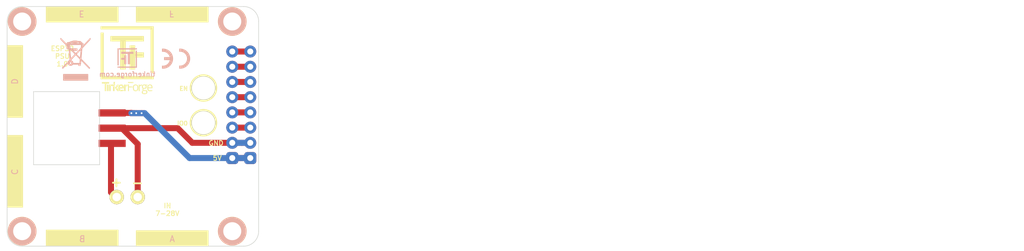
<source format=kicad_pcb>
(kicad_pcb (version 20171130) (host pcbnew 5.1.12-84ad8e8a86~92~ubuntu20.04.1)

  (general
    (thickness 1.6)
    (drawings 55)
    (tracks 32)
    (zones 0)
    (modules 12)
    (nets 10)
  )

  (page A4)
  (title_block
    (title "ESP32 Ethernet Brick")
    (date 2021-03-12)
    (rev 1.0)
    (company "Tinkerforge GmbH")
    (comment 1 "Licensed under CERN OHL v.1.1")
    (comment 2 "Copyright (©) 2021, B.Nordmeyer <bastian@tinkerforge.com>")
  )

  (layers
    (0 F.Cu signal)
    (31 B.Cu signal)
    (32 B.Adhes user)
    (33 F.Adhes user)
    (34 B.Paste user)
    (35 F.Paste user)
    (36 B.SilkS user)
    (37 F.SilkS user)
    (38 B.Mask user)
    (39 F.Mask user)
    (40 Dwgs.User user)
    (41 Cmts.User user)
    (42 Eco1.User user)
    (43 Eco2.User user)
    (44 Edge.Cuts user)
    (45 Margin user)
    (46 B.CrtYd user)
    (47 F.CrtYd user)
    (48 B.Fab user)
    (49 F.Fab user)
  )

  (setup
    (last_trace_width 0.15)
    (user_trace_width 0.15)
    (user_trace_width 0.2)
    (user_trace_width 0.25)
    (user_trace_width 0.3)
    (user_trace_width 0.5)
    (user_trace_width 0.7)
    (user_trace_width 1)
    (trace_clearance 0.149)
    (zone_clearance 0)
    (zone_45_only no)
    (trace_min 0.15)
    (via_size 0.55)
    (via_drill 0.25)
    (via_min_size 0.5)
    (via_min_drill 0.25)
    (user_via 0.55 0.25)
    (user_via 0.7 0.3)
    (uvia_size 0.3)
    (uvia_drill 0.1)
    (uvias_allowed no)
    (uvia_min_size 0.2)
    (uvia_min_drill 0.1)
    (edge_width 0.09906)
    (segment_width 1)
    (pcb_text_width 0.3048)
    (pcb_text_size 1.524 2.032)
    (mod_edge_width 0.381)
    (mod_text_size 1.524 1.524)
    (mod_text_width 0.3048)
    (pad_size 2 2)
    (pad_drill 1)
    (pad_to_mask_clearance 0)
    (aux_axis_origin 113.8 123.65)
    (grid_origin 113.8 123.65)
    (visible_elements 7FFFFFFF)
    (pcbplotparams
      (layerselection 0x010cc_ffffffff)
      (usegerberextensions true)
      (usegerberattributes false)
      (usegerberadvancedattributes false)
      (creategerberjobfile false)
      (excludeedgelayer true)
      (linewidth 0.050000)
      (plotframeref false)
      (viasonmask false)
      (mode 1)
      (useauxorigin false)
      (hpglpennumber 1)
      (hpglpenspeed 20)
      (hpglpendiameter 15.000000)
      (psnegative false)
      (psa4output false)
      (plotreference false)
      (plotvalue false)
      (plotinvisibletext false)
      (padsonsilk false)
      (subtractmaskfromsilk true)
      (outputformat 1)
      (mirror false)
      (drillshape 0)
      (scaleselection 1)
      (outputdirectory "../../../../Desktop/proto/universal-esp32-PSU/"))
  )

  (net 0 "")
  (net 1 IN_7-28V)
  (net 2 "Net-(P1-Pad2)")
  (net 3 "Net-(P101-Pad5)")
  (net 4 "Net-(P101-Pad4)")
  (net 5 "Net-(P101-Pad3)")
  (net 6 OUT_5V)
  (net 7 "Net-(P101-Pad6)")
  (net 8 "Net-(P101-Pad7)")
  (net 9 "Net-(P101-Pad8)")

  (net_class Default "This is the default net class."
    (clearance 0.149)
    (trace_width 0.15)
    (via_dia 0.55)
    (via_drill 0.25)
    (uvia_dia 0.3)
    (uvia_drill 0.1)
    (add_net IN_7-28V)
    (add_net "Net-(P1-Pad2)")
    (add_net "Net-(P101-Pad3)")
    (add_net "Net-(P101-Pad4)")
    (add_net "Net-(P101-Pad5)")
    (add_net "Net-(P101-Pad6)")
    (add_net "Net-(P101-Pad7)")
    (add_net "Net-(P101-Pad8)")
    (add_net OUT_5V)
  )

  (module kicad-libraries:WEEE_7mm (layer B.Cu) (tedit 5922FFAE) (tstamp 615EEE15)
    (at 125.2 132.45 180)
    (fp_text reference VAL (at 0 0) (layer B.SilkS) hide
      (effects (font (size 0.2 0.2) (thickness 0.05)) (justify mirror))
    )
    (fp_text value WEEE_7mm (at 0.75 0) (layer B.SilkS) hide
      (effects (font (size 0.2 0.2) (thickness 0.05)) (justify mirror))
    )
    (fp_poly (pts (xy 2.032 -3.527778) (xy -0.014111 -3.527778) (xy -2.060222 -3.527778) (xy -2.060222 -3.019778)
      (xy -2.060222 -2.511778) (xy -0.014111 -2.511778) (xy 2.032 -2.511778) (xy 2.032 -3.019778)
      (xy 2.032 -3.527778)) (layer B.SilkS) (width 0.1))
    (fp_poly (pts (xy 2.482863 3.409859) (xy 2.480804 3.376179) (xy 2.471206 3.341837) (xy 2.44964 3.301407)
      (xy 2.411675 3.249463) (xy 2.352883 3.180577) (xy 2.268835 3.089322) (xy 2.155101 2.970274)
      (xy 2.007251 2.818004) (xy 1.961444 2.771041) (xy 1.439333 2.23603) (xy 1.439333 1.978793)
      (xy 1.439333 1.721555) (xy 1.298222 1.721555) (xy 1.298222 1.994947) (xy 1.298222 2.099005)
      (xy 1.213555 2.017889) (xy 1.160676 1.962169) (xy 1.131131 1.921219) (xy 1.128889 1.913831)
      (xy 1.153434 1.897717) (xy 1.212566 1.89089) (xy 1.213555 1.890889) (xy 1.269418 1.895963)
      (xy 1.29309 1.922356) (xy 1.298206 1.986828) (xy 1.298222 1.994947) (xy 1.298222 1.721555)
      (xy 1.28539 1.721555) (xy 1.241376 1.723224) (xy 1.205837 1.724651) (xy 1.177386 1.720468)
      (xy 1.154636 1.705309) (xy 1.136199 1.673804) (xy 1.120687 1.620585) (xy 1.106713 1.540286)
      (xy 1.092889 1.427539) (xy 1.077827 1.276974) (xy 1.060141 1.083225) (xy 1.038443 0.840924)
      (xy 1.028031 0.725936) (xy 1.016 0.593851) (xy 1.016 2.342444) (xy 1.016 2.427111)
      (xy 0.964919 2.427111) (xy 0.964919 2.654131) (xy 0.96044 2.665934) (xy 0.910629 2.701752)
      (xy 0.825292 2.742703) (xy 0.723934 2.781372) (xy 0.626061 2.810345) (xy 0.551179 2.822208)
      (xy 0.549274 2.822222) (xy 0.494484 2.808563) (xy 0.479778 2.765778) (xy 0.476666 2.742735)
      (xy 0.461334 2.726991) (xy 0.424786 2.717163) (xy 0.358027 2.711867) (xy 0.252063 2.709719)
      (xy 0.239909 2.709686) (xy 0.239909 2.892647) (xy 0.233665 2.897338) (xy 0.218722 2.899226)
      (xy 0.112749 2.903792) (xy 0.007055 2.899226) (xy -0.017767 2.894178) (xy 0.007962 2.890336)
      (xy 0.078354 2.888317) (xy 0.112889 2.888155) (xy 0.197687 2.889381) (xy 0.239909 2.892647)
      (xy 0.239909 2.709686) (xy 0.112889 2.709333) (xy -0.254 2.709333) (xy -0.254 2.782537)
      (xy -0.256796 2.824575) (xy -0.274517 2.843911) (xy -0.321168 2.845575) (xy -0.402167 2.835755)
      (xy -0.502773 2.820747) (xy -0.559752 2.80431) (xy -0.585498 2.778111) (xy -0.592403 2.733815)
      (xy -0.592667 2.707668) (xy -0.592667 2.624667) (xy 0.201011 2.624667) (xy 0.434757 2.624964)
      (xy 0.617649 2.62606) (xy 0.755277 2.628256) (xy 0.853229 2.631858) (xy 0.917094 2.637169)
      (xy 0.952461 2.644492) (xy 0.964919 2.654131) (xy 0.964919 2.427111) (xy 0.026103 2.427111)
      (xy -0.874889 2.427111) (xy -0.874889 2.652889) (xy -0.884518 2.680377) (xy -0.887335 2.681111)
      (xy -0.91143 2.661335) (xy -0.917222 2.652889) (xy -0.914985 2.626883) (xy -0.904777 2.624667)
      (xy -0.876038 2.645153) (xy -0.874889 2.652889) (xy -0.874889 2.427111) (xy -0.963793 2.427111)
      (xy -0.943537 2.166055) (xy -0.938094 2.087369) (xy -0.932714 2.024235) (xy -0.92321 1.970393)
      (xy -0.905395 1.919583) (xy -0.875081 1.865545) (xy -0.828081 1.802019) (xy -0.760208 1.722746)
      (xy -0.667273 1.621464) (xy -0.54509 1.491915) (xy -0.389471 1.327837) (xy -0.366889 1.303985)
      (xy -0.042333 0.961041) (xy 0.205281 1.207243) (xy 0.452896 1.453444) (xy 0.099448 1.461343)
      (xy -0.254 1.469242) (xy -0.254 1.623621) (xy -0.254 1.778) (xy 0.183444 1.778)
      (xy 0.620889 1.778) (xy 0.620889 1.701353) (xy 0.622969 1.664993) (xy 0.634687 1.65375)
      (xy 0.664256 1.671682) (xy 0.719893 1.722845) (xy 0.776111 1.778) (xy 0.854414 1.857186)
      (xy 0.900636 1.914327) (xy 0.92323 1.966659) (xy 0.930646 2.031417) (xy 0.931333 2.094536)
      (xy 0.934803 2.190842) (xy 0.947055 2.241675) (xy 0.97085 2.257681) (xy 0.973667 2.257778)
      (xy 1.007275 2.28302) (xy 1.016 2.342444) (xy 1.016 0.593851) (xy 0.954054 -0.086239)
      (xy 1.34486 -0.498024) (xy 1.555216 -0.719617) (xy 1.729916 -0.903769) (xy 1.872041 -1.054091)
      (xy 1.984676 -1.174196) (xy 2.070901 -1.267694) (xy 2.133801 -1.338196) (xy 2.176457 -1.389314)
      (xy 2.201952 -1.424658) (xy 2.21337 -1.447841) (xy 2.213792 -1.462473) (xy 2.206301 -1.472165)
      (xy 2.19398 -1.480529) (xy 2.187398 -1.485028) (xy 2.139541 -1.515553) (xy 2.118022 -1.524)
      (xy 2.094879 -1.504317) (xy 2.039069 -1.449218) (xy 1.956356 -1.364626) (xy 1.852504 -1.256463)
      (xy 1.733278 -1.130652) (xy 1.678916 -1.072812) (xy 1.255889 -0.621625) (xy 1.239947 -0.712979)
      (xy 1.197516 -0.849251) (xy 1.119827 -0.950313) (xy 1.079557 -0.982306) (xy 1.017977 -1.011638)
      (xy 1.017977 -0.632978) (xy 0.995676 -0.556992) (xy 0.945013 -0.49721) (xy 0.945013 1.715394)
      (xy 0.94482 1.716067) (xy 0.923395 1.700567) (xy 0.870211 1.651048) (xy 0.792165 1.57462)
      (xy 0.696154 1.478392) (xy 0.589075 1.369476) (xy 0.477826 1.254981) (xy 0.369303 1.142017)
      (xy 0.270405 1.037695) (xy 0.188029 0.949124) (xy 0.129071 0.883415) (xy 0.100429 0.847678)
      (xy 0.098778 0.843916) (xy 0.117043 0.81413) (xy 0.166773 0.753937) (xy 0.240369 0.67125)
      (xy 0.330231 0.573984) (xy 0.42876 0.470051) (xy 0.528358 0.367365) (xy 0.621424 0.273839)
      (xy 0.70036 0.197387) (xy 0.757566 0.145921) (xy 0.785443 0.127355) (xy 0.786505 0.12776)
      (xy 0.793707 0.159396) (xy 0.805121 0.239895) (xy 0.819901 0.361901) (xy 0.837205 0.51806)
      (xy 0.856186 0.701015) (xy 0.876002 0.903411) (xy 0.878183 0.926402) (xy 0.897143 1.129855)
      (xy 0.913788 1.314176) (xy 0.927509 1.472128) (xy 0.937694 1.596473) (xy 0.943732 1.679974)
      (xy 0.945013 1.715394) (xy 0.945013 -0.49721) (xy 0.944024 -0.496043) (xy 0.871243 -0.460602)
      (xy 0.785555 -0.461141) (xy 0.764432 -0.470982) (xy 0.764432 -0.168896) (xy 0.745079 -0.120107)
      (xy 0.697438 -0.051745) (xy 0.618576 0.041481) (xy 0.505557 0.164861) (xy 0.374559 0.303585)
      (xy -0.041854 0.741711) (xy -0.132242 0.647751) (xy -0.132242 0.841738) (xy -0.508984 1.238599)
      (xy -0.625421 1.36067) (xy -0.727784 1.466874) (xy -0.810087 1.55109) (xy -0.866341 1.607198)
      (xy -0.89056 1.629078) (xy -0.891025 1.629119) (xy -0.890844 1.599805) (xy -0.886195 1.523686)
      (xy -0.877886 1.410152) (xy -0.866727 1.268597) (xy -0.853528 1.108412) (xy -0.839099 0.938988)
      (xy -0.824249 0.769717) (xy -0.809789 0.60999) (xy -0.796527 0.4692) (xy -0.785274 0.356738)
      (xy -0.776839 0.281995) (xy -0.772591 0.25543) (xy -0.74805 0.256656) (xy -0.687291 0.300651)
      (xy -0.590212 0.387499) (xy -0.456711 0.517286) (xy -0.445848 0.528132) (xy -0.132242 0.841738)
      (xy -0.132242 0.647751) (xy -0.403136 0.366149) (xy -0.532757 0.230252) (xy -0.62722 0.127772)
      (xy -0.691435 0.052372) (xy -0.730313 -0.002286) (xy -0.748765 -0.04254) (xy -0.751699 -0.074729)
      (xy -0.750572 -0.082317) (xy -0.742402 -0.14269) (xy -0.732359 -0.241951) (xy -0.722136 -0.362656)
      (xy -0.718145 -0.416278) (xy -0.699563 -0.677333) (xy -0.138115 -0.677333) (xy 0.423333 -0.677333)
      (xy 0.423333 -0.584835) (xy 0.449981 -0.463491) (xy 0.523642 -0.355175) (xy 0.63489 -0.272054)
      (xy 0.682126 -0.250719) (xy 0.73002 -0.228911) (xy 0.758434 -0.2034) (xy 0.764432 -0.168896)
      (xy 0.764432 -0.470982) (xy 0.711835 -0.495489) (xy 0.659024 -0.562819) (xy 0.647539 -0.649049)
      (xy 0.676635 -0.735445) (xy 0.723473 -0.788174) (xy 0.784468 -0.828555) (xy 0.830825 -0.846601)
      (xy 0.832555 -0.846667) (xy 0.877213 -0.830394) (xy 0.938072 -0.790949) (xy 0.941638 -0.788174)
      (xy 1.002705 -0.713529) (xy 1.017977 -0.632978) (xy 1.017977 -1.011638) (xy 0.949842 -1.044093)
      (xy 0.810166 -1.060981) (xy 0.675259 -1.034339) (xy 0.559855 -0.965538) (xy 0.525993 -0.9308)
      (xy 0.455199 -0.846667) (xy -0.0264 -0.846667) (xy -0.508 -0.846667) (xy -0.508 -0.959556)
      (xy -0.508 -1.072445) (xy -0.649111 -1.072445) (xy -0.790222 -1.072445) (xy -0.790222 -0.975954)
      (xy -0.803072 -0.881747) (xy -0.831861 -0.799565) (xy -0.85235 -0.735143) (xy -0.871496 -0.630455)
      (xy -0.886633 -0.501661) (xy -0.8916 -0.437445) (xy -0.909702 -0.155222) (xy -1.596125 -0.853722)
      (xy -1.756866 -1.017004) (xy -1.904817 -1.166738) (xy -2.035402 -1.29834) (xy -2.144049 -1.407222)
      (xy -2.226183 -1.4888) (xy -2.277232 -1.538486) (xy -2.292741 -1.552222) (xy -2.318618 -1.535182)
      (xy -2.3368 -1.518356) (xy -2.366614 -1.474736) (xy -2.370667 -1.458297) (xy -2.351653 -1.432751)
      (xy -2.297528 -1.371534) (xy -2.212667 -1.27931) (xy -2.101445 -1.160741) (xy -1.968236 -1.020491)
      (xy -1.817416 -0.863223) (xy -1.653359 -0.693601) (xy -1.649999 -0.690141) (xy -0.929331 0.051823)
      (xy -1.000888 0.874398) (xy -1.019193 1.08713) (xy -1.035769 1.284177) (xy -1.049992 1.457782)
      (xy -1.061239 1.600189) (xy -1.068889 1.70364) (xy -1.072318 1.760379) (xy -1.072445 1.765937)
      (xy -1.083169 1.796856) (xy -1.117145 1.848518) (xy -1.177081 1.924038) (xy -1.265681 2.026535)
      (xy -1.385653 2.159123) (xy -1.539703 2.324921) (xy -1.730537 2.527044) (xy -1.763174 2.561396)
      (xy -1.94576 2.753708) (xy -2.093058 2.909847) (xy -2.208848 3.034377) (xy -2.296909 3.131865)
      (xy -2.361021 3.206878) (xy -2.404962 3.263981) (xy -2.432513 3.30774) (xy -2.447452 3.342721)
      (xy -2.453559 3.373491) (xy -2.454619 3.396775) (xy -2.455333 3.505661) (xy -2.136329 3.170998)
      (xy -2.000627 3.028421) (xy -1.842494 2.861938) (xy -1.678217 2.688716) (xy -1.524082 2.52592)
      (xy -1.466152 2.46464) (xy -1.354055 2.346541) (xy -1.256193 2.244484) (xy -1.178749 2.164831)
      (xy -1.127907 2.113947) (xy -1.109886 2.09804) (xy -1.109577 2.126426) (xy -1.113821 2.195386)
      (xy -1.12076 2.279234) (xy -1.130834 2.37523) (xy -1.143684 2.427922) (xy -1.166434 2.45028)
      (xy -1.206208 2.455276) (xy -1.217475 2.455333) (xy -1.274769 2.462802) (xy -1.295863 2.497097)
      (xy -1.298222 2.54) (xy -1.290268 2.600887) (xy -1.25796 2.622991) (xy -1.232974 2.624667)
      (xy -1.165809 2.649307) (xy -1.106569 2.707387) (xy -1.038059 2.780849) (xy -0.96015 2.840472)
      (xy -0.90268 2.886543) (xy -0.87527 2.932359) (xy -0.874889 2.936944) (xy -0.866717 2.958171)
      (xy -0.836053 2.973488) (xy -0.773676 2.98482) (xy -0.670366 2.994091) (xy -0.571902 3.000209)
      (xy -0.444753 3.009947) (xy -0.342774 3.022633) (xy -0.277341 3.036575) (xy -0.259106 3.046795)
      (xy -0.227621 3.061127) (xy -0.152899 3.071083) (xy -0.047962 3.076818) (xy 0.074164 3.078489)
      (xy 0.200456 3.076251) (xy 0.31789 3.07026) (xy 0.41344 3.060673) (xy 0.474084 3.047645)
      (xy 0.488466 3.037844) (xy 0.523084 3.012128) (xy 0.59531 2.989452) (xy 0.645346 2.980608)
      (xy 0.752526 2.955733) (xy 0.873538 2.912358) (xy 0.942299 2.880321) (xy 1.046225 2.831835)
      (xy 1.128071 2.811654) (xy 1.210866 2.814154) (xy 1.212404 2.814358) (xy 1.324381 2.811082)
      (xy 1.398504 2.765955) (xy 1.435053 2.678737) (xy 1.439333 2.621893) (xy 1.416263 2.519845)
      (xy 1.351912 2.452433) (xy 1.25357 2.427141) (xy 1.249609 2.427111) (xy 1.20332 2.41653)
      (xy 1.186549 2.373932) (xy 1.185333 2.342444) (xy 1.192841 2.282987) (xy 1.210931 2.257784)
      (xy 1.211244 2.257778) (xy 1.236778 2.277108) (xy 1.296879 2.331881) (xy 1.386564 2.417269)
      (xy 1.500846 2.528446) (xy 1.634743 2.660585) (xy 1.783269 2.808858) (xy 1.859662 2.885722)
      (xy 2.48217 3.513666) (xy 2.482863 3.409859)) (layer B.SilkS) (width 0.1))
  )

  (module kicad-libraries:CE_5mm (layer B.Cu) (tedit 5922FFD4) (tstamp 615EEDB5)
    (at 141.9 132.35 180)
    (fp_text reference VAL (at 0 0) (layer B.SilkS) hide
      (effects (font (size 0.2 0.2) (thickness 0.05)) (justify mirror))
    )
    (fp_text value CE_5mm (at 0 0) (layer B.SilkS) hide
      (effects (font (size 0.2 0.2) (thickness 0.05)) (justify mirror))
    )
    (fp_poly (pts (xy -0.55372 -1.67132) (xy -0.5715 -1.67386) (xy -0.57912 -1.6764) (xy -0.59436 -1.6764)
      (xy -0.61214 -1.6764) (xy -0.635 -1.6764) (xy -0.65786 -1.67894) (xy -0.68326 -1.67894)
      (xy -0.70866 -1.67894) (xy -0.73406 -1.67894) (xy -0.75692 -1.67894) (xy -0.7747 -1.67894)
      (xy -0.7874 -1.67894) (xy -0.79756 -1.67894) (xy -0.80518 -1.67894) (xy -0.82042 -1.6764)
      (xy -0.83566 -1.6764) (xy -0.85598 -1.67386) (xy -0.95758 -1.66116) (xy -1.05664 -1.64338)
      (xy -1.15824 -1.62052) (xy -1.2573 -1.59004) (xy -1.35382 -1.55194) (xy -1.40462 -1.53162)
      (xy -1.49606 -1.4859) (xy -1.58496 -1.4351) (xy -1.67386 -1.37922) (xy -1.75514 -1.31826)
      (xy -1.83642 -1.24968) (xy -1.91008 -1.17856) (xy -1.9812 -1.10236) (xy -2.04724 -1.02108)
      (xy -2.1082 -0.93726) (xy -2.14884 -0.87376) (xy -2.18694 -0.80772) (xy -2.2225 -0.7366)
      (xy -2.25552 -0.66548) (xy -2.286 -0.59436) (xy -2.30886 -0.52324) (xy -2.3114 -0.51562)
      (xy -2.34188 -0.41402) (xy -2.36474 -0.30988) (xy -2.37998 -0.20574) (xy -2.39014 -0.09906)
      (xy -2.39268 0.00508) (xy -2.39014 0.11176) (xy -2.37998 0.2159) (xy -2.36474 0.31496)
      (xy -2.34188 0.41402) (xy -2.3114 0.51308) (xy -2.27838 0.6096) (xy -2.23774 0.70612)
      (xy -2.19202 0.79756) (xy -2.14122 0.88646) (xy -2.10566 0.9398) (xy -2.0447 1.02362)
      (xy -1.97866 1.1049) (xy -1.90754 1.1811) (xy -1.83388 1.25222) (xy -1.7526 1.31826)
      (xy -1.66878 1.38176) (xy -1.58242 1.43764) (xy -1.49098 1.48844) (xy -1.397 1.53416)
      (xy -1.30048 1.5748) (xy -1.20142 1.60782) (xy -1.19888 1.60782) (xy -1.10998 1.63322)
      (xy -1.016 1.651) (xy -0.92202 1.66624) (xy -0.8255 1.6764) (xy -0.73152 1.67894)
      (xy -0.64008 1.67894) (xy -0.58166 1.67386) (xy -0.55372 1.67386) (xy -0.55372 1.4097)
      (xy -0.55372 1.14808) (xy -0.56134 1.15062) (xy -0.57658 1.15316) (xy -0.5969 1.1557)
      (xy -0.6223 1.15824) (xy -0.65024 1.15824) (xy -0.68072 1.15824) (xy -0.71374 1.15824)
      (xy -0.74676 1.15824) (xy -0.77724 1.15824) (xy -0.80772 1.1557) (xy -0.83312 1.15316)
      (xy -0.8509 1.15062) (xy -0.9398 1.13538) (xy -1.02616 1.11506) (xy -1.10998 1.08712)
      (xy -1.19126 1.0541) (xy -1.27 1.01346) (xy -1.34366 0.97028) (xy -1.41478 0.91948)
      (xy -1.48336 0.86106) (xy -1.524 0.82296) (xy -1.58496 0.75692) (xy -1.64084 0.68834)
      (xy -1.6891 0.61468) (xy -1.73228 0.54102) (xy -1.77038 0.46228) (xy -1.8034 0.381)
      (xy -1.8288 0.29718) (xy -1.84658 0.21082) (xy -1.85928 0.12192) (xy -1.86182 0.09906)
      (xy -1.86436 0.0762) (xy -1.86436 0.04572) (xy -1.86436 0.0127) (xy -1.86436 -0.02286)
      (xy -1.86436 -0.05842) (xy -1.86182 -0.09144) (xy -1.85928 -0.12192) (xy -1.85674 -0.14986)
      (xy -1.85674 -0.16256) (xy -1.8415 -0.24384) (xy -1.82118 -0.32258) (xy -1.79578 -0.39878)
      (xy -1.7653 -0.47498) (xy -1.75006 -0.50292) (xy -1.71196 -0.57658) (xy -1.67132 -0.64516)
      (xy -1.62306 -0.70866) (xy -1.57226 -0.77216) (xy -1.524 -0.82296) (xy -1.4605 -0.88138)
      (xy -1.39192 -0.93726) (xy -1.31826 -0.98552) (xy -1.2446 -1.0287) (xy -1.16332 -1.0668)
      (xy -1.08204 -1.09728) (xy -0.99822 -1.12268) (xy -0.90932 -1.143) (xy -0.87122 -1.14808)
      (xy -0.85344 -1.15062) (xy -0.8382 -1.15316) (xy -0.8255 -1.1557) (xy -0.81026 -1.1557)
      (xy -0.79502 -1.1557) (xy -0.77724 -1.15824) (xy -0.75692 -1.15824) (xy -0.72898 -1.15824)
      (xy -0.70612 -1.15824) (xy -0.67818 -1.15824) (xy -0.65278 -1.15824) (xy -0.62738 -1.1557)
      (xy -0.60706 -1.1557) (xy -0.59182 -1.1557) (xy -0.57912 -1.15316) (xy -0.56642 -1.15316)
      (xy -0.5588 -1.15062) (xy -0.55626 -1.15062) (xy -0.55626 -1.15316) (xy -0.55626 -1.16332)
      (xy -0.55626 -1.17856) (xy -0.55626 -1.19888) (xy -0.55626 -1.22428) (xy -0.55372 -1.25476)
      (xy -0.55372 -1.28778) (xy -0.55372 -1.32334) (xy -0.55372 -1.36144) (xy -0.55372 -1.40208)
      (xy -0.55372 -1.41224) (xy -0.55372 -1.67132)) (layer B.SilkS) (width 0.00254))
    (fp_poly (pts (xy 2.3114 -1.67132) (xy 2.30124 -1.67132) (xy 2.28854 -1.67386) (xy 2.26822 -1.6764)
      (xy 2.24282 -1.6764) (xy 2.21742 -1.67894) (xy 2.18694 -1.67894) (xy 2.15646 -1.67894)
      (xy 2.12852 -1.67894) (xy 2.10058 -1.67894) (xy 2.07518 -1.67894) (xy 2.05232 -1.67894)
      (xy 2.04978 -1.67894) (xy 1.96088 -1.67132) (xy 1.87706 -1.66116) (xy 1.79578 -1.64592)
      (xy 1.7145 -1.6256) (xy 1.65862 -1.61036) (xy 1.55956 -1.57988) (xy 1.46304 -1.53924)
      (xy 1.36906 -1.49606) (xy 1.27762 -1.44526) (xy 1.18872 -1.38938) (xy 1.1049 -1.32588)
      (xy 1.02362 -1.25984) (xy 0.94742 -1.18872) (xy 0.8763 -1.11252) (xy 0.81026 -1.03378)
      (xy 0.762 -0.96774) (xy 0.70358 -0.87884) (xy 0.65024 -0.78994) (xy 0.60452 -0.69596)
      (xy 0.56642 -0.60198) (xy 0.53086 -0.50546) (xy 0.50546 -0.4064) (xy 0.4826 -0.30734)
      (xy 0.46736 -0.20828) (xy 0.4572 -0.10668) (xy 0.45466 -0.00508) (xy 0.4572 0.09398)
      (xy 0.46482 0.19558) (xy 0.48006 0.29464) (xy 0.50038 0.39624) (xy 0.52832 0.49276)
      (xy 0.56134 0.58928) (xy 0.59944 0.68326) (xy 0.64516 0.77724) (xy 0.69596 0.86868)
      (xy 0.75184 0.95504) (xy 0.79248 1.01092) (xy 0.85852 1.0922) (xy 0.9271 1.1684)
      (xy 1.0033 1.24206) (xy 1.08204 1.31064) (xy 1.16332 1.3716) (xy 1.24968 1.42748)
      (xy 1.33858 1.48082) (xy 1.43256 1.52654) (xy 1.52654 1.56718) (xy 1.6256 1.6002)
      (xy 1.72466 1.62814) (xy 1.82626 1.651) (xy 1.9304 1.66878) (xy 2.03454 1.6764)
      (xy 2.13614 1.68148) (xy 2.15392 1.68148) (xy 2.17424 1.67894) (xy 2.19964 1.67894)
      (xy 2.2225 1.67894) (xy 2.24536 1.6764) (xy 2.26568 1.67386) (xy 2.28346 1.67386)
      (xy 2.29616 1.67132) (xy 2.2987 1.67132) (xy 2.30886 1.67132) (xy 2.30886 1.40208)
      (xy 2.30886 1.13538) (xy 2.29108 1.13792) (xy 2.2352 1.143) (xy 2.17678 1.14554)
      (xy 2.11836 1.14554) (xy 2.06248 1.143) (xy 2.00914 1.13792) (xy 2.0066 1.13792)
      (xy 1.9177 1.12268) (xy 1.83134 1.10236) (xy 1.74752 1.07442) (xy 1.66878 1.0414)
      (xy 1.59004 1.0033) (xy 1.51638 0.95758) (xy 1.44526 0.90932) (xy 1.37668 0.85344)
      (xy 1.31318 0.79248) (xy 1.25476 0.72644) (xy 1.21158 0.67056) (xy 1.16586 0.60452)
      (xy 1.12268 0.53086) (xy 1.08712 0.4572) (xy 1.0541 0.37592) (xy 1.03378 0.31242)
      (xy 1.0287 0.29464) (xy 1.02616 0.28194) (xy 1.02362 0.27178) (xy 1.02108 0.2667)
      (xy 1.02362 0.2667) (xy 1.0287 0.26416) (xy 1.03378 0.26416) (xy 1.04394 0.26416)
      (xy 1.0541 0.26416) (xy 1.06934 0.26416) (xy 1.08712 0.26416) (xy 1.10998 0.26416)
      (xy 1.13538 0.26162) (xy 1.16586 0.26162) (xy 1.20142 0.26162) (xy 1.23952 0.26162)
      (xy 1.28524 0.26162) (xy 1.33604 0.26162) (xy 1.39192 0.26162) (xy 1.45542 0.26162)
      (xy 1.49352 0.26162) (xy 1.96596 0.26162) (xy 1.96596 0.01016) (xy 1.96596 -0.2413)
      (xy 1.48844 -0.24384) (xy 1.00838 -0.24384) (xy 1.02362 -0.29972) (xy 1.03632 -0.35052)
      (xy 1.05156 -0.39624) (xy 1.06934 -0.43942) (xy 1.08712 -0.48514) (xy 1.10998 -0.53086)
      (xy 1.11506 -0.54102) (xy 1.1557 -0.61722) (xy 1.20396 -0.68834) (xy 1.2573 -0.75692)
      (xy 1.31572 -0.82296) (xy 1.37922 -0.88138) (xy 1.44526 -0.93726) (xy 1.48082 -0.96266)
      (xy 1.55448 -1.01092) (xy 1.63068 -1.05156) (xy 1.70942 -1.08712) (xy 1.7907 -1.1176)
      (xy 1.87706 -1.143) (xy 1.96596 -1.16078) (xy 1.98374 -1.16332) (xy 2.01168 -1.16586)
      (xy 2.04216 -1.1684) (xy 2.07518 -1.17094) (xy 2.11074 -1.17094) (xy 2.1463 -1.17348)
      (xy 2.18186 -1.17348) (xy 2.21742 -1.17094) (xy 2.2479 -1.17094) (xy 2.27584 -1.1684)
      (xy 2.2987 -1.16586) (xy 2.30378 -1.16332) (xy 2.3114 -1.16332) (xy 2.3114 -1.41732)
      (xy 2.3114 -1.67132)) (layer B.SilkS) (width 0.00254))
  )

  (module kicad-libraries:Logo_31x31 (layer B.Cu) (tedit 0) (tstamp 615EED61)
    (at 133.8 132.25 180)
    (fp_text reference G*** (at 0 0) (layer B.SilkS) hide
      (effects (font (size 1.524 1.524) (thickness 0.3)) (justify mirror))
    )
    (fp_text value LOGO (at 0.75 0) (layer B.SilkS) hide
      (effects (font (size 1.524 1.524) (thickness 0.3)) (justify mirror))
    )
    (fp_poly (pts (xy -1.433286 -1.42119) (xy 1.614714 -1.42119) (xy 1.614714 -1.608666) (xy -1.62681 -1.608666)
      (xy -1.62681 1.239762) (xy -1.433286 1.239762) (xy -1.433286 -1.42119)) (layer B.SilkS) (width 0.01))
    (fp_poly (pts (xy 1.614714 -1.221619) (xy 1.427238 -1.221619) (xy 1.427238 1.439334) (xy -1.62681 1.439334)
      (xy -1.62681 1.62681) (xy 1.614714 1.62681) (xy 1.614714 -1.221619)) (layer B.SilkS) (width 0.01))
    (fp_poly (pts (xy 1.016 0.701524) (xy -0.090715 0.701524) (xy -0.090715 -1.016) (xy -0.429381 -1.016)
      (xy -0.429381 0.701524) (xy -1.028096 0.701524) (xy -1.028096 1.034143) (xy 1.016 1.034143)
      (xy 1.016 0.701524)) (layer B.SilkS) (width 0.01))
    (fp_poly (pts (xy 0.483809 0.030238) (xy 1.016 0.030238) (xy 1.016 -0.27819) (xy 0.483809 -0.27819)
      (xy 0.483809 -1.016) (xy 0.145142 -1.016) (xy 0.145142 0.459619) (xy 0.483809 0.459619)
      (xy 0.483809 0.030238)) (layer B.SilkS) (width 0.01))
  )

  (module kicad-libraries:Logo_TF_10x12 (layer F.Cu) (tedit 0) (tstamp 615EEC00)
    (at 133.8 132.45)
    (fp_text reference G*** (at 0 0) (layer F.SilkS) hide
      (effects (font (size 1.524 1.524) (thickness 0.3)))
    )
    (fp_text value LOGO (at 0.75 0) (layer F.SilkS) hide
      (effects (font (size 1.524 1.524) (thickness 0.3)))
    )
    (fp_poly (pts (xy 2.875744 4.214741) (xy 2.901713 4.215197) (xy 2.922347 4.216147) (xy 2.939596 4.217748)
      (xy 2.95541 4.220156) (xy 2.971738 4.223526) (xy 2.981036 4.2257) (xy 2.99557 4.229064)
      (xy 3.008627 4.231654) (xy 3.021677 4.233556) (xy 3.036193 4.234858) (xy 3.053647 4.235647)
      (xy 3.075512 4.236012) (xy 3.103259 4.236039) (xy 3.138361 4.235816) (xy 3.1496 4.235722)
      (xy 3.185253 4.235323) (xy 3.220504 4.234764) (xy 3.253487 4.234085) (xy 3.282334 4.23333)
      (xy 3.305177 4.232539) (xy 3.317009 4.231962) (xy 3.362036 4.229258) (xy 3.362036 4.364181)
      (xy 3.265054 4.364181) (xy 3.236252 4.364288) (xy 3.210851 4.364587) (xy 3.190201 4.365046)
      (xy 3.175652 4.36563) (xy 3.168551 4.366308) (xy 3.168072 4.366543) (xy 3.170487 4.371251)
      (xy 3.176836 4.381397) (xy 3.185773 4.394835) (xy 3.186302 4.39561) (xy 3.206973 4.43038)
      (xy 3.221865 4.466432) (xy 3.231496 4.505694) (xy 3.236388 4.550096) (xy 3.237273 4.584457)
      (xy 3.234105 4.643863) (xy 3.224608 4.697477) (xy 3.208544 4.746451) (xy 3.199758 4.765963)
      (xy 3.177334 4.803259) (xy 3.148586 4.837661) (xy 3.115513 4.867149) (xy 3.080111 4.8897)
      (xy 3.075187 4.892139) (xy 3.020884 4.91355) (xy 2.960962 4.928915) (xy 2.897016 4.937959)
      (xy 2.830635 4.940409) (xy 2.800927 4.939319) (xy 2.779611 4.937911) (xy 2.761308 4.936442)
      (xy 2.748237 4.935106) (xy 2.743054 4.934267) (xy 2.739531 4.934095) (xy 2.736151 4.93654)
      (xy 2.732355 4.942786) (xy 2.727586 4.954016) (xy 2.721285 4.971414) (xy 2.712893 4.996163)
      (xy 2.710595 5.003061) (xy 2.700496 5.041199) (xy 2.697193 5.074202) (xy 2.700716 5.101626)
      (xy 2.703559 5.109807) (xy 2.708645 5.119733) (xy 2.715444 5.128076) (xy 2.724778 5.135005)
      (xy 2.737466 5.140688) (xy 2.754328 5.145295) (xy 2.776185 5.148994) (xy 2.803857 5.151954)
      (xy 2.838164 5.154345) (xy 2.879925 5.156334) (xy 2.929961 5.158092) (xy 2.939472 5.158383)
      (xy 2.987998 5.159996) (xy 3.028609 5.161735) (xy 3.062628 5.16374) (xy 3.091378 5.16615)
      (xy 3.11618 5.169105) (xy 3.138357 5.172744) (xy 3.159232 5.177205) (xy 3.180126 5.182629)
      (xy 3.186304 5.18438) (xy 3.231131 5.201463) (xy 3.269291 5.224924) (xy 3.300686 5.254655)
      (xy 3.325219 5.29055) (xy 3.342791 5.332502) (xy 3.350566 5.363655) (xy 3.354092 5.38929)
      (xy 3.356275 5.420438) (xy 3.35711 5.454262) (xy 3.356594 5.487924) (xy 3.354722 5.518589)
      (xy 3.35149 5.543419) (xy 3.350832 5.546728) (xy 3.335413 5.598713) (xy 3.312364 5.645613)
      (xy 3.281843 5.687306) (xy 3.244009 5.72367) (xy 3.19902 5.754584) (xy 3.147036 5.779926)
      (xy 3.088215 5.799574) (xy 3.022717 5.813407) (xy 2.998403 5.816833) (xy 2.958766 5.820425)
      (xy 2.913173 5.822366) (xy 2.864756 5.822662) (xy 2.816645 5.821314) (xy 2.771972 5.818326)
      (xy 2.754745 5.816556) (xy 2.690253 5.805848) (xy 2.632784 5.789534) (xy 2.582436 5.767683)
      (xy 2.539306 5.74036) (xy 2.503492 5.707632) (xy 2.475092 5.669566) (xy 2.454202 5.62623)
      (xy 2.447415 5.605512) (xy 2.441088 5.576712) (xy 2.436797 5.54349) (xy 2.434659 5.508714)
      (xy 2.434793 5.475255) (xy 2.435605 5.465836) (xy 2.59186 5.465836) (xy 2.592502 5.50229)
      (xy 2.597135 5.530272) (xy 2.608178 5.565974) (xy 2.624949 5.59637) (xy 2.647948 5.621823)
      (xy 2.677675 5.642692) (xy 2.714631 5.659338) (xy 2.759315 5.672121) (xy 2.805545 5.680479)
      (xy 2.82374 5.682096) (xy 2.848418 5.682938) (xy 2.877226 5.683061) (xy 2.90781 5.682524)
      (xy 2.937816 5.681383) (xy 2.96489 5.679697) (xy 2.986677 5.677522) (xy 2.9972 5.675808)
      (xy 3.049526 5.661636) (xy 3.093877 5.642892) (xy 3.130338 5.619512) (xy 3.158993 5.591433)
      (xy 3.179929 5.558591) (xy 3.190046 5.532701) (xy 3.194224 5.512466) (xy 3.196748 5.486687)
      (xy 3.197568 5.45864) (xy 3.196634 5.431605) (xy 3.193896 5.408859) (xy 3.192061 5.400892)
      (xy 3.180271 5.372702) (xy 3.162723 5.347829) (xy 3.141372 5.328933) (xy 3.13727 5.326369)
      (xy 3.123471 5.31884) (xy 3.109468 5.312631) (xy 3.094154 5.307582) (xy 3.076421 5.303529)
      (xy 3.05516 5.300309) (xy 3.029264 5.29776) (xy 2.997625 5.295721) (xy 2.959134 5.294028)
      (xy 2.912683 5.292519) (xy 2.904836 5.292295) (xy 2.867876 5.291189) (xy 2.832853 5.290018)
      (xy 2.801118 5.288836) (xy 2.77402 5.287698) (xy 2.752909 5.286659) (xy 2.739136 5.285774)
      (xy 2.735957 5.285471) (xy 2.71255 5.282745) (xy 2.670559 5.322273) (xy 2.646207 5.346249)
      (xy 2.62813 5.366893) (xy 2.615017 5.386144) (xy 2.605559 5.40594) (xy 2.598445 5.428221)
      (xy 2.598108 5.429511) (xy 2.59186 5.465836) (xy 2.435605 5.465836) (xy 2.437319 5.445984)
      (xy 2.440193 5.430981) (xy 2.453603 5.391216) (xy 2.473493 5.353453) (xy 2.500553 5.316726)
      (xy 2.535472 5.280068) (xy 2.568641 5.250872) (xy 2.605004 5.220854) (xy 2.594081 5.211618)
      (xy 2.576472 5.191649) (xy 2.561831 5.165127) (xy 2.551134 5.134514) (xy 2.545357 5.102275)
      (xy 2.544618 5.086701) (xy 2.545422 5.070594) (xy 2.548314 5.054835) (xy 2.554011 5.036598)
      (xy 2.563233 5.013058) (xy 2.563498 5.012418) (xy 2.573821 4.988653) (xy 2.585486 4.96358)
      (xy 2.596584 4.94124) (xy 2.600925 4.933085) (xy 2.609207 4.91752) (xy 2.615161 4.905381)
      (xy 2.617845 4.898631) (xy 2.617836 4.897903) (xy 2.613 4.894934) (xy 2.604252 4.890109)
      (xy 2.570634 4.867478) (xy 2.539033 4.837206) (xy 2.510583 4.800847) (xy 2.486421 4.759954)
      (xy 2.467683 4.716082) (xy 2.460822 4.693955) (xy 2.455725 4.668256) (xy 2.4522 4.636251)
      (xy 2.450278 4.600583) (xy 2.4502 4.590508) (xy 2.607811 4.590508) (xy 2.60972 4.623468)
      (xy 2.613858 4.651988) (xy 2.615555 4.659259) (xy 2.630559 4.700969) (xy 2.65196 4.736055)
      (xy 2.679644 4.764443) (xy 2.713496 4.786063) (xy 2.753403 4.80084) (xy 2.799251 4.808703)
      (xy 2.850926 4.809578) (xy 2.851459 4.809552) (xy 2.876101 4.807325) (xy 2.902812 4.803352)
      (xy 2.926261 4.798442) (xy 2.928625 4.797823) (xy 2.969842 4.783056) (xy 3.004047 4.762704)
      (xy 3.031537 4.736403) (xy 3.052609 4.703792) (xy 3.067559 4.664509) (xy 3.076684 4.618192)
      (xy 3.07683 4.617027) (xy 3.079291 4.573266) (xy 3.076215 4.530159) (xy 3.067994 4.489613)
      (xy 3.055017 4.453534) (xy 3.037677 4.423828) (xy 3.037015 4.422952) (xy 3.009926 4.394939)
      (xy 2.976203 4.372784) (xy 2.936531 4.356712) (xy 2.891594 4.346945) (xy 2.842076 4.343708)
      (xy 2.800794 4.34585) (xy 2.75554 4.354437) (xy 2.715346 4.37043) (xy 2.680702 4.393425)
      (xy 2.652099 4.42302) (xy 2.630026 4.458811) (xy 2.61547 4.498493) (xy 2.610683 4.52467)
      (xy 2.608131 4.556458) (xy 2.607811 4.590508) (xy 2.4502 4.590508) (xy 2.449991 4.563893)
      (xy 2.451371 4.528823) (xy 2.454448 4.498018) (xy 2.458251 4.477824) (xy 2.476227 4.424272)
      (xy 2.501695 4.375471) (xy 2.534123 4.332078) (xy 2.572979 4.294752) (xy 2.617732 4.264151)
      (xy 2.640289 4.25245) (xy 2.667464 4.240219) (xy 2.691712 4.230886) (xy 2.715031 4.224078)
      (xy 2.739418 4.219422) (xy 2.766869 4.216544) (xy 2.799381 4.21507) (xy 2.838951 4.214626)
      (xy 2.842491 4.214624) (xy 2.875744 4.214741)) (layer F.SilkS) (width 0.01))
    (fp_poly (pts (xy -0.993558 4.213079) (xy -0.950311 4.215173) (xy -0.914074 4.218524) (xy -0.882652 4.223641)
      (xy -0.853847 4.231034) (xy -0.825465 4.241208) (xy -0.79531 4.254675) (xy -0.778944 4.262769)
      (xy -0.733314 4.290983) (xy -0.69315 4.326537) (xy -0.658552 4.369252) (xy -0.629623 4.418949)
      (xy -0.606464 4.475449) (xy -0.589176 4.538572) (xy -0.57786 4.608139) (xy -0.576602 4.619947)
      (xy -0.574515 4.643445) (xy -0.573401 4.664002) (xy -0.573297 4.684133) (xy -0.574244 4.706356)
      (xy -0.576278 4.733186) (xy -0.578751 4.760034) (xy -0.581321 4.787492) (xy -0.583533 4.812536)
      (xy -0.585241 4.833395) (xy -0.586299 4.848299) (xy -0.586579 4.854863) (xy -0.586509 4.867563)
      (xy -1.229762 4.867563) (xy -1.226695 4.907972) (xy -1.222049 4.948007) (xy -1.214519 4.980902)
      (xy -1.20365 5.008427) (xy -1.198517 5.017902) (xy -1.17558 5.050741) (xy -1.148952 5.076247)
      (xy -1.116946 5.09575) (xy -1.082995 5.109002) (xy -1.071618 5.112395) (xy -1.060813 5.11493)
      (xy -1.049033 5.116714) (xy -1.034727 5.117859) (xy -1.016346 5.118472) (xy -0.99234 5.118663)
      (xy -0.96116 5.118542) (xy -0.949037 5.118453) (xy -0.910961 5.117798) (xy -0.868227 5.116479)
      (xy -0.82444 5.114643) (xy -0.783206 5.112438) (xy -0.752764 5.110379) (xy -0.722383 5.108136)
      (xy -0.693535 5.106173) (xy -0.668084 5.104604) (xy -0.647893 5.103543) (xy -0.634825 5.103104)
      (xy -0.633846 5.103098) (xy -0.6096 5.103091) (xy -0.6096 5.193145) (xy -0.609646 5.224101)
      (xy -0.609859 5.247022) (xy -0.610359 5.263111) (xy -0.611262 5.273569) (xy -0.612686 5.279599)
      (xy -0.614748 5.282402) (xy -0.617564 5.283181) (xy -0.61839 5.2832) (xy -0.626523 5.284095)
      (xy -0.641259 5.286505) (xy -0.660171 5.290012) (xy -0.672654 5.292499) (xy -0.735191 5.304492)
      (xy -0.792084 5.313556) (xy -0.846326 5.320029) (xy -0.900915 5.324246) (xy -0.958843 5.326544)
      (xy -0.979055 5.326936) (xy -1.010777 5.327322) (xy -1.040258 5.327506) (xy -1.065958 5.32749)
      (xy -1.086335 5.327281) (xy -1.099849 5.326881) (xy -1.103746 5.326589) (xy -1.136074 5.320994)
      (xy -1.171532 5.312153) (xy -1.207437 5.300951) (xy -1.241106 5.288276) (xy -1.269854 5.275013)
      (xy -1.283505 5.267217) (xy -1.327806 5.233773) (xy -1.366054 5.19341) (xy -1.398268 5.1461)
      (xy -1.424465 5.091814) (xy -1.444663 5.030526) (xy -1.452686 4.996434) (xy -1.462628 4.936534)
      (xy -1.469134 4.871105) (xy -1.472021 4.803263) (xy -1.471106 4.736123) (xy -1.469552 4.708997)
      (xy -1.465533 4.671067) (xy -1.233055 4.671067) (xy -1.233055 4.687547) (xy -0.810491 4.685145)
      (xy -0.812159 4.643581) (xy -0.815329 4.608512) (xy -0.821678 4.572987) (xy -0.830558 4.539494)
      (xy -0.841323 4.51052) (xy -0.85192 4.49062) (xy -0.877628 4.459865) (xy -0.909507 4.43547)
      (xy -0.932878 4.423599) (xy -0.944871 4.419067) (xy -0.956721 4.416008) (xy -0.970685 4.41414)
      (xy -0.989019 4.413177) (xy -1.013982 4.412837) (xy -1.018549 4.412822) (xy -1.078825 4.412672)
      (xy -1.114075 4.430094) (xy -1.148158 4.451076) (xy -1.175512 4.477485) (xy -1.197551 4.510733)
      (xy -1.200578 4.516581) (xy -1.210014 4.539946) (xy -1.218604 4.569539) (xy -1.225718 4.602356)
      (xy -1.230722 4.635393) (xy -1.232986 4.665644) (xy -1.233055 4.671067) (xy -1.465533 4.671067)
      (xy -1.461254 4.630693) (xy -1.447981 4.559857) (xy -1.42957 4.496075) (xy -1.405859 4.438931)
      (xy -1.376683 4.38801) (xy -1.34188 4.342896) (xy -1.315014 4.315414) (xy -1.274363 4.282053)
      (xy -1.231007 4.255573) (xy -1.184029 4.235681) (xy -1.132515 4.222088) (xy -1.075549 4.214501)
      (xy -1.012217 4.21263) (xy -0.993558 4.213079)) (layer F.SilkS) (width 0.01))
    (fp_poly (pts (xy 1.469163 4.214863) (xy 1.532286 4.224051) (xy 1.588966 4.239558) (xy 1.639494 4.261541)
      (xy 1.684157 4.290158) (xy 1.723245 4.325568) (xy 1.757047 4.367929) (xy 1.785851 4.417399)
      (xy 1.789738 4.425399) (xy 1.809552 4.475114) (xy 1.825551 4.531862) (xy 1.837672 4.594236)
      (xy 1.845855 4.660831) (xy 1.850036 4.730239) (xy 1.850153 4.801055) (xy 1.846146 4.871872)
      (xy 1.83795 4.941283) (xy 1.825505 5.007882) (xy 1.816975 5.042258) (xy 1.796906 5.101603)
      (xy 1.770861 5.15399) (xy 1.738793 5.199453) (xy 1.700654 5.238023) (xy 1.656396 5.269732)
      (xy 1.605972 5.294614) (xy 1.549335 5.312701) (xy 1.486437 5.324025) (xy 1.417231 5.328618)
      (xy 1.397 5.328704) (xy 1.371299 5.32822) (xy 1.346083 5.327272) (xy 1.3243 5.325998)
      (xy 1.309254 5.324583) (xy 1.249724 5.313704) (xy 1.196064 5.297282) (xy 1.14814 5.275089)
      (xy 1.105814 5.246897) (xy 1.068949 5.212476) (xy 1.03741 5.1716) (xy 1.011059 5.12404)
      (xy 0.98976 5.069567) (xy 0.973376 5.007954) (xy 0.961772 4.938971) (xy 0.954809 4.862392)
      (xy 0.952352 4.777988) (xy 0.952407 4.772564) (xy 1.114978 4.772564) (xy 1.115531 4.815509)
      (xy 1.116874 4.856409) (xy 1.119008 4.893391) (xy 1.121932 4.924578) (xy 1.123969 4.939145)
      (xy 1.136109 4.996401) (xy 1.152506 5.045638) (xy 1.173392 5.087152) (xy 1.198998 5.121235)
      (xy 1.229555 5.148184) (xy 1.265292 5.16829) (xy 1.306443 5.18185) (xy 1.316182 5.183971)
      (xy 1.341568 5.187526) (xy 1.372511 5.189572) (xy 1.405895 5.190109) (xy 1.438603 5.189136)
      (xy 1.46752 5.186654) (xy 1.483982 5.183988) (xy 1.522083 5.173216) (xy 1.554555 5.157644)
      (xy 1.584408 5.135742) (xy 1.591585 5.129312) (xy 1.61616 5.102461) (xy 1.636333 5.071024)
      (xy 1.652738 5.033715) (xy 1.66601 4.989246) (xy 1.670584 4.969163) (xy 1.674118 4.951972)
      (xy 1.676899 4.936786) (xy 1.679019 4.92216) (xy 1.680572 4.906649) (xy 1.681649 4.888808)
      (xy 1.682345 4.867192) (xy 1.682751 4.840356) (xy 1.682961 4.806855) (xy 1.683048 4.7752)
      (xy 1.683051 4.733796) (xy 1.682833 4.700325) (xy 1.682333 4.673482) (xy 1.681491 4.651964)
      (xy 1.680249 4.634468) (xy 1.678545 4.619691) (xy 1.676321 4.606329) (xy 1.674981 4.599709)
      (xy 1.662858 4.55015) (xy 1.649008 4.508438) (xy 1.632815 4.473249) (xy 1.613666 4.44326)
      (xy 1.590943 4.417149) (xy 1.58934 4.415566) (xy 1.557959 4.39005) (xy 1.522354 4.371132)
      (xy 1.481759 4.358578) (xy 1.435407 4.352151) (xy 1.382532 4.351617) (xy 1.381413 4.351664)
      (xy 1.329367 4.356722) (xy 1.28401 4.367358) (xy 1.244916 4.383973) (xy 1.211656 4.406968)
      (xy 1.183805 4.436743) (xy 1.160933 4.473697) (xy 1.142615 4.518232) (xy 1.128423 4.570748)
      (xy 1.124041 4.592781) (xy 1.120652 4.617831) (xy 1.118051 4.650208) (xy 1.116238 4.688039)
      (xy 1.115213 4.729449) (xy 1.114978 4.772564) (xy 0.952407 4.772564) (xy 0.952852 4.729018)
      (xy 0.953903 4.694187) (xy 0.955416 4.660142) (xy 0.95727 4.628861) (xy 0.959342 4.602322)
      (xy 0.961512 4.582504) (xy 0.962103 4.578537) (xy 0.976458 4.509884) (xy 0.996136 4.448712)
      (xy 1.021296 4.394885) (xy 1.052099 4.348271) (xy 1.088704 4.308736) (xy 1.13127 4.276145)
      (xy 1.179958 4.250365) (xy 1.234926 4.231262) (xy 1.296334 4.218702) (xy 1.364343 4.212551)
      (xy 1.399309 4.211836) (xy 1.469163 4.214863)) (layer F.SilkS) (width 0.01))
    (fp_poly (pts (xy 3.815993 4.212061) (xy 3.862811 4.215306) (xy 3.905976 4.22178) (xy 3.941618 4.231008)
      (xy 3.994968 4.252811) (xy 4.042105 4.280671) (xy 4.083169 4.314802) (xy 4.118301 4.355414)
      (xy 4.147642 4.402721) (xy 4.171333 4.456934) (xy 4.189514 4.518267) (xy 4.202326 4.586931)
      (xy 4.207526 4.632077) (xy 4.210174 4.667881) (xy 4.210903 4.699563) (xy 4.209728 4.732037)
      (xy 4.207874 4.756768) (xy 4.205893 4.780397) (xy 4.204246 4.801173) (xy 4.203081 4.817123)
      (xy 4.202549 4.82627) (xy 4.202532 4.827154) (xy 4.202138 4.828667) (xy 4.200545 4.829978)
      (xy 4.19714 4.831104) (xy 4.191312 4.832056) (xy 4.182449 4.832851) (xy 4.169939 4.833501)
      (xy 4.153172 4.834023) (xy 4.131536 4.834428) (xy 4.104418 4.834733) (xy 4.071208 4.83495)
      (xy 4.031293 4.835095) (xy 3.984063 4.835181) (xy 3.928905 4.835224) (xy 3.865209 4.835236)
      (xy 3.508557 4.835236) (xy 3.511781 4.883353) (xy 3.518922 4.946756) (xy 3.531353 5.002605)
      (xy 3.549085 5.050926) (xy 3.572128 5.091744) (xy 3.600495 5.125085) (xy 3.627754 5.146876)
      (xy 3.647334 5.158978) (xy 3.666758 5.168792) (xy 3.687164 5.176481) (xy 3.709694 5.18221)
      (xy 3.735485 5.186142) (xy 3.765678 5.188441) (xy 3.801414 5.18927) (xy 3.84383 5.188794)
      (xy 3.894068 5.187176) (xy 3.905113 5.186731) (xy 3.942751 5.185078) (xy 3.981583 5.183196)
      (xy 4.019367 5.181207) (xy 4.053861 5.179231) (xy 4.082822 5.177391) (xy 4.097595 5.176326)
      (xy 4.121655 5.174592) (xy 4.142249 5.17335) (xy 4.15772 5.172679) (xy 4.166408 5.172662)
      (xy 4.167671 5.172895) (xy 4.168443 5.177945) (xy 4.169243 5.190444) (xy 4.169985 5.208607)
      (xy 4.170581 5.230647) (xy 4.170663 5.234743) (xy 4.17181 5.294745) (xy 4.132914 5.300381)
      (xy 4.088059 5.306346) (xy 4.040189 5.311756) (xy 3.990583 5.316539) (xy 3.94052 5.320623)
      (xy 3.891282 5.323936) (xy 3.844146 5.326407) (xy 3.800394 5.327963) (xy 3.761305 5.328532)
      (xy 3.728159 5.328043) (xy 3.702235 5.326423) (xy 3.692236 5.325143) (xy 3.632833 5.311991)
      (xy 3.57935 5.292721) (xy 3.531696 5.267179) (xy 3.489779 5.235208) (xy 3.453507 5.196652)
      (xy 3.42279 5.151355) (xy 3.397535 5.099162) (xy 3.377652 5.039916) (xy 3.36305 4.973462)
      (xy 3.353636 4.899643) (xy 3.349319 4.818304) (xy 3.349659 4.740563) (xy 3.351041 4.710545)
      (xy 3.504634 4.710545) (xy 4.055186 4.710545) (xy 4.052232 4.663209) (xy 4.045639 4.5979)
      (xy 4.03442 4.5405) (xy 4.018441 4.490847) (xy 3.997568 4.448779) (xy 3.971668 4.414133)
      (xy 3.940605 4.386747) (xy 3.904245 4.36646) (xy 3.862455 4.353109) (xy 3.815101 4.346533)
      (xy 3.789402 4.345734) (xy 3.762584 4.346237) (xy 3.740792 4.348144) (xy 3.720532 4.352106)
      (xy 3.69831 4.358773) (xy 3.675725 4.36688) (xy 3.637429 4.386028) (xy 3.603666 4.412945)
      (xy 3.574683 4.447218) (xy 3.55073 4.488434) (xy 3.532052 4.536179) (xy 3.5189 4.59004)
      (xy 3.512369 4.638963) (xy 3.510501 4.658861) (xy 3.508515 4.67821) (xy 3.507068 4.690918)
      (xy 3.504634 4.710545) (xy 3.351041 4.710545) (xy 3.35241 4.680848) (xy 3.357281 4.628371)
      (xy 3.364547 4.581321) (xy 3.374481 4.537884) (xy 3.385918 4.500418) (xy 3.41034 4.439425)
      (xy 3.43947 4.386195) (xy 3.473679 4.340337) (xy 3.51334 4.301459) (xy 3.558826 4.269167)
      (xy 3.610508 4.243069) (xy 3.641436 4.231308) (xy 3.678243 4.221667) (xy 3.721246 4.215243)
      (xy 3.767984 4.212041) (xy 3.815993 4.212061)) (layer F.SilkS) (width 0.01))
    (fp_poly (pts (xy -3.020291 4.054763) (xy -3.486552 4.054763) (xy -3.489068 4.065154) (xy -3.489364 4.070962)
      (xy -3.489632 4.085458) (xy -3.48987 4.108095) (xy -3.490076 4.138325) (xy -3.490251 4.1756)
      (xy -3.490393 4.219374) (xy -3.490501 4.269097) (xy -3.490573 4.324222) (xy -3.490609 4.384201)
      (xy -3.490608 4.448487) (xy -3.490568 4.516533) (xy -3.490489 4.587789) (xy -3.490368 4.661709)
      (xy -3.490311 4.690918) (xy -3.489037 5.306291) (xy -3.731458 5.306291) (xy -3.732629 4.681681)
      (xy -3.7338 4.057072) (xy -4.211782 4.05468) (xy -4.211782 3.819236) (xy -3.020291 3.819236)
      (xy -3.020291 4.054763)) (layer F.SilkS) (width 0.01))
    (fp_poly (pts (xy -3.112655 5.306291) (xy -3.3528 5.306291) (xy -3.3528 4.234872) (xy -3.112655 4.234872)
      (xy -3.112655 5.306291)) (layer F.SilkS) (width 0.01))
    (fp_poly (pts (xy -2.403779 4.216113) (xy -2.355871 4.225914) (xy -2.313434 4.241095) (xy -2.306782 4.244255)
      (xy -2.266917 4.267769) (xy -2.232937 4.296314) (xy -2.203865 4.330976) (xy -2.178724 4.372841)
      (xy -2.165397 4.401222) (xy -2.153362 4.434137) (xy -2.142298 4.474057) (xy -2.132682 4.518766)
      (xy -2.124992 4.566045) (xy -2.119713 4.613563) (xy -2.118957 4.627264) (xy -2.118239 4.649284)
      (xy -2.117571 4.678707) (xy -2.116963 4.714617) (xy -2.116427 4.756096) (xy -2.115974 4.802229)
      (xy -2.115615 4.852098) (xy -2.115361 4.904787) (xy -2.115223 4.959379) (xy -2.115201 4.986481)
      (xy -2.115128 5.306291) (xy -2.355273 5.306291) (xy -2.355273 4.986131) (xy -2.35531 4.918577)
      (xy -2.355441 4.85952) (xy -2.355696 4.808218) (xy -2.356106 4.763932) (xy -2.356702 4.725922)
      (xy -2.357514 4.693448) (xy -2.358573 4.665769) (xy -2.359909 4.642145) (xy -2.361552 4.621837)
      (xy -2.363533 4.604103) (xy -2.365883 4.588205) (xy -2.368632 4.573402) (xy -2.371811 4.558953)
      (xy -2.373108 4.553527) (xy -2.3858 4.518062) (xy -2.4051 4.486641) (xy -2.429806 4.460824)
      (xy -2.458716 4.442173) (xy -2.458914 4.442079) (xy -2.483172 4.433233) (xy -2.51023 4.428725)
      (xy -2.541326 4.428575) (xy -2.577691 4.432801) (xy -2.620563 4.441423) (xy -2.634827 4.444858)
      (xy -2.660849 4.451605) (xy -2.68629 4.458702) (xy -2.70851 4.465378) (xy -2.724866 4.470866)
      (xy -2.727037 4.471689) (xy -2.754746 4.482499) (xy -2.755925 4.894395) (xy -2.757105 5.306291)
      (xy -2.9972 5.306291) (xy -2.9972 4.234872) (xy -2.757055 4.234872) (xy -2.757055 4.259503)
      (xy -2.756588 4.273786) (xy -2.755389 4.283922) (xy -2.75436 4.286828) (xy -2.749045 4.286498)
      (xy -2.739356 4.282251) (xy -2.737041 4.280945) (xy -2.721402 4.273163) (xy -2.699031 4.263856)
      (xy -2.672146 4.253785) (xy -2.642963 4.243714) (xy -2.613699 4.234404) (xy -2.586572 4.226618)
      (xy -2.563798 4.221116) (xy -2.561773 4.220706) (xy -2.508586 4.213338) (xy -2.455303 4.211864)
      (xy -2.403779 4.216113)) (layer F.SilkS) (width 0.01))
    (fp_poly (pts (xy -1.451468 4.235682) (xy -1.430269 4.235878) (xy -1.415698 4.236205) (xy -1.4089 4.236658)
      (xy -1.408546 4.236805) (xy -1.41099 4.242093) (xy -1.418142 4.254704) (xy -1.42973 4.274181)
      (xy -1.445485 4.300067) (xy -1.460189 4.323925) (xy -1.469953 4.339911) (xy -1.477536 4.352729)
      (xy -1.481848 4.360513) (xy -1.482437 4.361936) (xy -1.484734 4.366596) (xy -1.490725 4.376709)
      (xy -1.498226 4.388684) (xy -1.50837 4.40485) (xy -1.517911 4.420556) (xy -1.522943 4.429183)
      (xy -1.530459 4.44216) (xy -1.541768 4.461251) (xy -1.555818 4.484708) (xy -1.571561 4.510779)
      (xy -1.587947 4.537714) (xy -1.59338 4.5466) (xy -1.613979 4.580455) (xy -1.633764 4.613386)
      (xy -1.652175 4.644424) (xy -1.668653 4.672603) (xy -1.682636 4.696956) (xy -1.693567 4.716515)
      (xy -1.700885 4.730315) (xy -1.70403 4.737389) (xy -1.704109 4.737877) (xy -1.701943 4.743826)
      (xy -1.695949 4.756319) (xy -1.686882 4.773882) (xy -1.675499 4.795039) (xy -1.666321 4.811618)
      (xy -1.638049 4.862211) (xy -1.614108 4.905271) (xy -1.594235 4.941277) (xy -1.578164 4.970707)
      (xy -1.567811 4.989945) (xy -1.556772 5.010436) (xy -1.54186 5.037814) (xy -1.523718 5.070908)
      (xy -1.502991 5.10855) (xy -1.480324 5.14957) (xy -1.456362 5.192798) (xy -1.431749 5.237066)
      (xy -1.415042 5.267036) (xy -1.406403 5.282598) (xy -1.39959 5.295026) (xy -1.395798 5.302133)
      (xy -1.395461 5.302827) (xy -1.399489 5.303703) (xy -1.411628 5.304497) (xy -1.430756 5.305181)
      (xy -1.455747 5.305726) (xy -1.485479 5.306102) (xy -1.518825 5.30628) (xy -1.529432 5.306291)
      (xy -1.56858 5.306253) (xy -1.599503 5.3061) (xy -1.623215 5.305776) (xy -1.640726 5.30522)
      (xy -1.653048 5.304375) (xy -1.661194 5.303184) (xy -1.666174 5.301586) (xy -1.669003 5.299526)
      (xy -1.669985 5.298209) (xy -1.674604 5.290491) (xy -1.683377 5.275521) (xy -1.695864 5.25406)
      (xy -1.711627 5.226869) (xy -1.730225 5.19471) (xy -1.751219 5.158344) (xy -1.774171 5.118532)
      (xy -1.798639 5.076035) (xy -1.824186 5.031614) (xy -1.850371 4.98603) (xy -1.875732 4.94183)
      (xy -1.888989 4.918782) (xy -1.900649 4.898643) (xy -1.909945 4.882729) (xy -1.916107 4.872357)
      (xy -1.918329 4.868859) (xy -1.92323 4.868895) (xy -1.934893 4.870253) (xy -1.950999 4.872561)
      (xy -1.96923 4.875451) (xy -1.987266 4.878551) (xy -2.00279 4.881491) (xy -2.013483 4.883903)
      (xy -2.014682 4.884242) (xy -2.017176 4.884459) (xy -2.019098 4.882746) (xy -2.020522 4.878069)
      (xy -2.021523 4.869396) (xy -2.022174 4.855694) (xy -2.022548 4.83593) (xy -2.02272 4.809071)
      (xy -2.022764 4.774085) (xy -2.022764 4.771165) (xy -2.02263 4.739456) (xy -2.022255 4.710902)
      (xy -2.021675 4.686771) (xy -2.020928 4.66833) (xy -2.020051 4.656846) (xy -2.019283 4.653521)
      (xy -2.013473 4.652024) (xy -2.000658 4.649739) (xy -1.982998 4.64703) (xy -1.970619 4.645306)
      (xy -1.925436 4.639242) (xy -1.885671 4.574448) (xy -1.870185 4.549282) (xy -1.854395 4.523735)
      (xy -1.839796 4.500222) (xy -1.827885 4.481156) (xy -1.82402 4.475018) (xy -1.813334 4.457947)
      (xy -1.7995 4.43562) (xy -1.784151 4.410681) (xy -1.768919 4.385776) (xy -1.765822 4.380688)
      (xy -1.750316 4.355216) (xy -1.733878 4.328239) (xy -1.718324 4.302738) (xy -1.705473 4.281698)
      (xy -1.703878 4.279088) (xy -1.678246 4.237181) (xy -1.543396 4.235957) (xy -1.509176 4.235714)
      (xy -1.478151 4.235625) (xy -1.451468 4.235682)) (layer F.SilkS) (width 0.01))
    (fp_poly (pts (xy 0.039051 4.216253) (xy 0.039762 4.228719) (xy 0.040286 4.248072) (xy 0.0406 4.27314)
      (xy 0.040685 4.30275) (xy 0.040519 4.335727) (xy 0.040482 4.339749) (xy 0.039254 4.467716)
      (xy 0.013854 4.473021) (xy -0.02398 4.481878) (xy -0.065604 4.493255) (xy -0.108777 4.506411)
      (xy -0.151257 4.520606) (xy -0.190803 4.535101) (xy -0.225173 4.549154) (xy -0.245918 4.558815)
      (xy -0.272473 4.572133) (xy -0.272473 5.306291) (xy -0.512618 5.306291) (xy -0.512618 4.234872)
      (xy -0.272749 4.234872) (xy -0.271456 4.292609) (xy -0.270164 4.350346) (xy -0.244099 4.331846)
      (xy -0.223052 4.318272) (xy -0.195658 4.302618) (xy -0.164217 4.286051) (xy -0.131026 4.269744)
      (xy -0.098383 4.254865) (xy -0.069273 4.242848) (xy -0.047665 4.235031) (xy -0.024315 4.227411)
      (xy -0.001523 4.22065) (xy 0.018417 4.215411) (xy 0.033207 4.212356) (xy 0.038173 4.21185)
      (xy 0.039051 4.216253)) (layer F.SilkS) (width 0.01))
    (fp_poly (pts (xy 0.295563 4.548841) (xy 0.592282 4.550029) (xy 0.889 4.551218) (xy 0.890271 4.62392)
      (xy 0.891543 4.696623) (xy 0.594708 4.697811) (xy 0.297872 4.699) (xy 0.296685 5.002645)
      (xy 0.295497 5.306291) (xy 0.133927 5.306291) (xy 0.133927 4.202545) (xy 0.295563 4.202545)
      (xy 0.295563 4.548841)) (layer F.SilkS) (width 0.01))
    (fp_poly (pts (xy 2.4384 4.376188) (xy 2.409536 4.382089) (xy 2.377172 4.390188) (xy 2.338862 4.402208)
      (xy 2.296596 4.417347) (xy 2.252367 4.434804) (xy 2.208166 4.453777) (xy 2.165985 4.473465)
      (xy 2.127816 4.493068) (xy 2.112818 4.501452) (xy 2.080491 4.520081) (xy 2.07931 4.913186)
      (xy 2.07813 5.306291) (xy 1.921163 5.306291) (xy 1.921163 4.230254) (xy 2.078182 4.230254)
      (xy 2.078182 4.301836) (xy 2.078277 4.326368) (xy 2.078542 4.347276) (xy 2.078941 4.362992)
      (xy 2.07944 4.371944) (xy 2.079758 4.373418) (xy 2.084022 4.371034) (xy 2.094261 4.364607)
      (xy 2.108771 4.35522) (xy 2.120167 4.347726) (xy 2.150325 4.329122) (xy 2.18543 4.309698)
      (xy 2.223804 4.290198) (xy 2.263768 4.271367) (xy 2.303643 4.253948) (xy 2.341749 4.238686)
      (xy 2.376408 4.226325) (xy 2.405941 4.21761) (xy 2.421082 4.214339) (xy 2.4384 4.211363)
      (xy 2.4384 4.376188)) (layer F.SilkS) (width 0.01))
    (fp_poly (pts (xy -2.036618 4.144818) (xy -2.036648 4.201409) (xy -2.036732 4.255246) (xy -2.036866 4.305626)
      (xy -2.037047 4.351846) (xy -2.037269 4.393204) (xy -2.037528 4.428998) (xy -2.037819 4.458526)
      (xy -2.038139 4.481085) (xy -2.038481 4.495973) (xy -2.038843 4.502487) (xy -2.038928 4.502727)
      (xy -2.040743 4.4988) (xy -2.041265 4.492336) (xy -2.043002 4.479198) (xy -2.047708 4.459664)
      (xy -2.054702 4.435822) (xy -2.063305 4.409761) (xy -2.072835 4.383569) (xy -2.082614 4.359335)
      (xy -2.089652 4.3438) (xy -2.119636 4.29057) (xy -2.154611 4.244914) (xy -2.194968 4.206393)
      (xy -2.2411 4.174572) (xy -2.241564 4.174302) (xy -2.276451 4.154054) (xy -2.276607 3.970481)
      (xy -2.276764 3.786909) (xy -2.036618 3.786909) (xy -2.036618 4.144818)) (layer F.SilkS) (width 0.01))
    (fp_poly (pts (xy 1.020618 3.9624) (xy 0.133927 3.9624) (xy 0.133927 3.81) (xy 1.020618 3.81)
      (xy 1.020618 3.9624)) (layer F.SilkS) (width 0.01))
    (fp_poly (pts (xy -3.902364 2.807854) (xy 4.4196 2.807854) (xy 4.4196 3.338945) (xy -4.433455 3.338945)
      (xy -4.433455 -4.447309) (xy -3.902364 -4.447309) (xy -3.902364 2.807854)) (layer F.SilkS) (width 0.01))
    (fp_poly (pts (xy 4.4196 2.272145) (xy 3.888509 2.272145) (xy 3.888509 -4.983019) (xy -4.433455 -4.983019)
      (xy -4.433455 -5.514109) (xy 4.4196 -5.514109) (xy 4.4196 2.272145)) (layer F.SilkS) (width 0.01))
    (fp_poly (pts (xy 2.784763 -2.974109) (xy -0.240146 -2.974109) (xy -0.240146 1.704109) (xy -1.173018 1.704109)
      (xy -1.173018 -2.974109) (xy -2.798618 -2.974109) (xy -2.798618 -3.879273) (xy 2.784763 -3.879273)
      (xy 2.784763 -2.974109)) (layer F.SilkS) (width 0.01))
    (fp_poly (pts (xy 1.330036 -1.149928) (xy 2.784763 -1.149928) (xy 2.784763 -0.300211) (xy 1.332345 -0.297873)
      (xy 1.330015 1.704109) (xy 0.397163 1.704109) (xy 0.397163 -2.322946) (xy 1.330036 -2.322946)
      (xy 1.330036 -1.149928)) (layer F.SilkS) (width 0.01))
  )

  (module kicad-libraries:pin_array_1x8-P2mm_D1mm (layer F.Cu) (tedit 607E8E6C) (tstamp 5F2A6533)
    (at 151.3 140.05 90)
    (path /5F1D7502)
    (fp_text reference P101 (at 0 0 90) (layer F.Fab)
      (effects (font (size 0.2 0.2) (thickness 0.03)))
    )
    (fp_text value EXT_HEADER (at 0 1 90) (layer F.Fab)
      (effects (font (size 0.2 0.2) (thickness 0.03)))
    )
    (fp_line (start 2.54 1.27) (end 0 1.27) (layer F.Fab) (width 0.12))
    (fp_line (start 0 -1.27) (end 2.54 -1.27) (layer F.Fab) (width 0.12))
    (fp_line (start -10.16 -1.27) (end 0 -1.27) (layer F.Fab) (width 0.12))
    (fp_line (start 0 1.27) (end -10.16 1.27) (layer F.Fab) (width 0.12))
    (fp_line (start -10.16 1.27) (end -10.16 -1.27) (layer F.Fab) (width 0.12))
    (fp_line (start -10.16 -1.27) (end -7.62 -1.27) (layer F.Fab) (width 0.12))
    (fp_line (start -7.62 -1.27) (end -7.62 1.27) (layer F.Fab) (width 0.12))
    (fp_line (start 2.54 -1.27) (end 5.08 -1.27) (layer F.Fab) (width 0.12))
    (fp_line (start 5.08 1.27) (end 2.54 1.27) (layer F.Fab) (width 0.12))
    (fp_line (start 5.08 -1.27) (end 7.62 -1.27) (layer F.Fab) (width 0.12))
    (fp_line (start 7.62 1.27) (end 5.08 1.27) (layer F.Fab) (width 0.12))
    (fp_line (start 7.62 -1.27) (end 10.16 -1.27) (layer F.Fab) (width 0.12))
    (fp_line (start 10.16 -1.27) (end 10.16 1.27) (layer F.Fab) (width 0.12))
    (fp_line (start 10.16 1.27) (end 7.62 1.27) (layer F.Fab) (width 0.12))
    (pad 5 thru_hole circle (at 1.27 0 90) (size 2 2) (drill 1) (layers *.Cu *.Mask)
      (net 3 "Net-(P101-Pad5)"))
    (pad 4 thru_hole circle (at -1.27 0 90) (size 2 2) (drill 1) (layers *.Cu *.Mask)
      (net 4 "Net-(P101-Pad4)"))
    (pad 3 thru_hole circle (at -3.81 0 90) (size 2 2) (drill 1) (layers *.Cu *.Mask)
      (net 5 "Net-(P101-Pad3)") (zone_connect 1) (thermal_width 0.7) (thermal_gap 0.2))
    (pad 2 thru_hole circle (at -6.35 0 90) (size 2 2) (drill 1) (layers *.Cu *.Mask)
      (net 2 "Net-(P1-Pad2)") (zone_connect 1) (thermal_width 0.7) (thermal_gap 0.2))
    (pad 1 thru_hole roundrect (at -8.89 0 90) (size 2 2) (drill 1) (layers *.Cu *.Mask) (roundrect_rratio 0.25)
      (net 6 OUT_5V))
    (pad 6 thru_hole circle (at 3.81 0 90) (size 2 2) (drill 1) (layers *.Cu *.Mask)
      (net 7 "Net-(P101-Pad6)") (zone_connect 1) (thermal_width 0.7) (thermal_gap 0.2))
    (pad 7 thru_hole circle (at 6.35 0 90) (size 2 2) (drill 1) (layers *.Cu *.Mask)
      (net 8 "Net-(P101-Pad7)"))
    (pad 8 thru_hole circle (at 8.89 0 90) (size 2 2) (drill 1) (layers *.Cu *.Mask)
      (net 9 "Net-(P101-Pad8)"))
  )

  (module kicad-libraries:DRILL_NP (layer F.Cu) (tedit 530C7871) (tstamp 5E99AD32)
    (at 116.3 126.15)
    (path /5F0CE30F)
    (fp_text reference F101 (at 0 0) (layer F.SilkS) hide
      (effects (font (size 0.29972 0.29972) (thickness 0.0762)))
    )
    (fp_text value DRILL (at 0 0.50038) (layer F.SilkS) hide
      (effects (font (size 0.29972 0.29972) (thickness 0.0762)))
    )
    (fp_circle (center 0 0) (end 3.2 0) (layer Eco2.User) (width 0.01))
    (fp_circle (center 0 0) (end 2.19964 -0.20066) (layer F.SilkS) (width 0.381))
    (fp_circle (center 0 0) (end 1.99898 -0.20066) (layer F.SilkS) (width 0.381))
    (fp_circle (center 0 0) (end 1.69926 0) (layer F.SilkS) (width 0.381))
    (fp_circle (center 0 0) (end 1.39954 -0.09906) (layer B.SilkS) (width 0.381))
    (fp_circle (center 0 0) (end 1.39954 0) (layer F.SilkS) (width 0.381))
    (fp_circle (center 0 0) (end 1.69926 0) (layer B.SilkS) (width 0.381))
    (fp_circle (center 0 0) (end 1.89992 0) (layer B.SilkS) (width 0.381))
    (fp_circle (center 0 0) (end 2.19964 0) (layer B.SilkS) (width 0.381))
    (pad "" np_thru_hole circle (at 0 0) (size 2.99974 2.99974) (drill 2.99974) (layers *.Cu *.Mask F.SilkS)
      (clearance 0.89916))
  )

  (module kicad-libraries:DRILL_NP (layer F.Cu) (tedit 530C7871) (tstamp 615EDD70)
    (at 116.3 161.15)
    (path /5F0CE564)
    (fp_text reference F102 (at 0 0) (layer F.SilkS) hide
      (effects (font (size 0.29972 0.29972) (thickness 0.0762)))
    )
    (fp_text value DRILL (at 0 0.50038) (layer F.SilkS) hide
      (effects (font (size 0.29972 0.29972) (thickness 0.0762)))
    )
    (fp_circle (center 0 0) (end 2.19964 0) (layer B.SilkS) (width 0.381))
    (fp_circle (center 0 0) (end 1.89992 0) (layer B.SilkS) (width 0.381))
    (fp_circle (center 0 0) (end 1.69926 0) (layer B.SilkS) (width 0.381))
    (fp_circle (center 0 0) (end 1.39954 0) (layer F.SilkS) (width 0.381))
    (fp_circle (center 0 0) (end 1.39954 -0.09906) (layer B.SilkS) (width 0.381))
    (fp_circle (center 0 0) (end 1.69926 0) (layer F.SilkS) (width 0.381))
    (fp_circle (center 0 0) (end 1.99898 -0.20066) (layer F.SilkS) (width 0.381))
    (fp_circle (center 0 0) (end 2.19964 -0.20066) (layer F.SilkS) (width 0.381))
    (fp_circle (center 0 0) (end 3.2 0) (layer Eco2.User) (width 0.01))
    (pad "" np_thru_hole circle (at 0 0) (size 2.99974 2.99974) (drill 2.99974) (layers *.Cu *.Mask F.SilkS)
      (clearance 0.89916))
  )

  (module kicad-libraries:DRILL_NP (layer F.Cu) (tedit 530C7871) (tstamp 5E99AD4E)
    (at 151.3 126.15)
    (path /5F0CE04A)
    (fp_text reference F103 (at 0 0) (layer F.SilkS) hide
      (effects (font (size 0.29972 0.29972) (thickness 0.0762)))
    )
    (fp_text value DRILL (at 0 0.50038) (layer F.SilkS) hide
      (effects (font (size 0.29972 0.29972) (thickness 0.0762)))
    )
    (fp_circle (center 0 0) (end 2.19964 0) (layer B.SilkS) (width 0.381))
    (fp_circle (center 0 0) (end 1.89992 0) (layer B.SilkS) (width 0.381))
    (fp_circle (center 0 0) (end 1.69926 0) (layer B.SilkS) (width 0.381))
    (fp_circle (center 0 0) (end 1.39954 0) (layer F.SilkS) (width 0.381))
    (fp_circle (center 0 0) (end 1.39954 -0.09906) (layer B.SilkS) (width 0.381))
    (fp_circle (center 0 0) (end 1.69926 0) (layer F.SilkS) (width 0.381))
    (fp_circle (center 0 0) (end 1.99898 -0.20066) (layer F.SilkS) (width 0.381))
    (fp_circle (center 0 0) (end 2.19964 -0.20066) (layer F.SilkS) (width 0.381))
    (fp_circle (center 0 0) (end 3.2 0) (layer Eco2.User) (width 0.01))
    (pad "" np_thru_hole circle (at 0 0) (size 2.99974 2.99974) (drill 2.99974) (layers *.Cu *.Mask F.SilkS)
      (clearance 0.89916))
  )

  (module kicad-libraries:DRILL_NP (layer F.Cu) (tedit 530C7871) (tstamp 615EDDB2)
    (at 151.3 161.15)
    (path /5F0CE6FC)
    (fp_text reference F104 (at 0 0) (layer F.SilkS) hide
      (effects (font (size 0.29972 0.29972) (thickness 0.0762)))
    )
    (fp_text value DRILL (at 0 0.50038) (layer F.SilkS) hide
      (effects (font (size 0.29972 0.29972) (thickness 0.0762)))
    )
    (fp_circle (center 0 0) (end 3.2 0) (layer Eco2.User) (width 0.01))
    (fp_circle (center 0 0) (end 2.19964 -0.20066) (layer F.SilkS) (width 0.381))
    (fp_circle (center 0 0) (end 1.99898 -0.20066) (layer F.SilkS) (width 0.381))
    (fp_circle (center 0 0) (end 1.69926 0) (layer F.SilkS) (width 0.381))
    (fp_circle (center 0 0) (end 1.39954 -0.09906) (layer B.SilkS) (width 0.381))
    (fp_circle (center 0 0) (end 1.39954 0) (layer F.SilkS) (width 0.381))
    (fp_circle (center 0 0) (end 1.69926 0) (layer B.SilkS) (width 0.381))
    (fp_circle (center 0 0) (end 1.89992 0) (layer B.SilkS) (width 0.381))
    (fp_circle (center 0 0) (end 2.19964 0) (layer B.SilkS) (width 0.381))
    (pad "" np_thru_hole circle (at 0 0) (size 2.99974 2.99974) (drill 2.99974) (layers *.Cu *.Mask F.SilkS)
      (clearance 0.89916))
  )

  (module kicad-libraries:OQ_2P (layer F.Cu) (tedit 58FF7E35) (tstamp 615EE5D2)
    (at 133.8 155.45)
    (path /6143BAFE)
    (fp_text reference P1 (at 0 4.2) (layer F.Fab)
      (effects (font (size 0.59944 0.59944) (thickness 0.12446)))
    )
    (fp_text value CONN_01X02 (at 0 3.2004) (layer F.Fab)
      (effects (font (size 0.59944 0.59944) (thickness 0.12446)))
    )
    (fp_line (start 4.24942 -1.19888) (end 4.24942 8.001) (layer F.Fab) (width 0.39878))
    (fp_line (start -4.24942 -1.19888) (end 4.24942 -1.19888) (layer F.Fab) (width 0.39878))
    (fp_line (start -4.24942 8.001) (end -4.24942 -1.19888) (layer F.Fab) (width 0.39878))
    (fp_line (start 4.24942 8.001) (end -4.24942 8.001) (layer F.Fab) (width 0.39878))
    (pad 1 thru_hole circle (at -1.75006 0) (size 2.4003 2.4003) (drill 1.39954) (layers *.Cu *.Mask F.SilkS)
      (net 1 IN_7-28V))
    (pad 2 thru_hole circle (at 1.75006 0) (size 2.4003 2.4003) (drill 1.39954) (layers *.Cu *.Mask F.SilkS)
      (net 2 "Net-(P1-Pad2)"))
    (model Connectors/OQ_2P_green.wrl
      (offset (xyz 0 -3.174999952316284 3.555999946594238))
      (scale (xyz 1 1 1))
      (rotate (xyz 0 0 0))
    )
  )

  (module kicad-libraries:pin_array_1x8-P2mm_D1mm (layer F.Cu) (tedit 5EFC7BDA) (tstamp 615EE5EC)
    (at 154.3 140.05 90)
    (path /61440C96)
    (fp_text reference P2 (at 0 0 90) (layer F.Fab)
      (effects (font (size 0.2 0.2) (thickness 0.03)))
    )
    (fp_text value EXT_HEADER (at 0 1 90) (layer F.Fab)
      (effects (font (size 0.2 0.2) (thickness 0.03)))
    )
    (fp_line (start 2.54 1.27) (end 0 1.27) (layer F.Fab) (width 0.12))
    (fp_line (start 0 -1.27) (end 2.54 -1.27) (layer F.Fab) (width 0.12))
    (fp_line (start -10.16 -1.27) (end 0 -1.27) (layer F.Fab) (width 0.12))
    (fp_line (start 0 1.27) (end -10.16 1.27) (layer F.Fab) (width 0.12))
    (fp_line (start -10.16 1.27) (end -10.16 -1.27) (layer F.Fab) (width 0.12))
    (fp_line (start -10.16 -1.27) (end -7.62 -1.27) (layer F.Fab) (width 0.12))
    (fp_line (start -7.62 -1.27) (end -7.62 1.27) (layer F.Fab) (width 0.12))
    (fp_line (start 2.54 -1.27) (end 5.08 -1.27) (layer F.Fab) (width 0.12))
    (fp_line (start 5.08 1.27) (end 2.54 1.27) (layer F.Fab) (width 0.12))
    (fp_line (start 5.08 -1.27) (end 7.62 -1.27) (layer F.Fab) (width 0.12))
    (fp_line (start 7.62 1.27) (end 5.08 1.27) (layer F.Fab) (width 0.12))
    (fp_line (start 7.62 -1.27) (end 10.16 -1.27) (layer F.Fab) (width 0.12))
    (fp_line (start 10.16 -1.27) (end 10.16 1.27) (layer F.Fab) (width 0.12))
    (fp_line (start 10.16 1.27) (end 7.62 1.27) (layer F.Fab) (width 0.12))
    (pad 5 thru_hole circle (at 1.27 0 90) (size 2 2) (drill 1) (layers *.Cu *.Mask)
      (net 3 "Net-(P101-Pad5)"))
    (pad 4 thru_hole circle (at -1.27 0 90) (size 2 2) (drill 1) (layers *.Cu *.Mask)
      (net 4 "Net-(P101-Pad4)"))
    (pad 3 thru_hole circle (at -3.81 0 90) (size 2 2) (drill 1) (layers *.Cu *.Mask)
      (net 5 "Net-(P101-Pad3)"))
    (pad 2 thru_hole circle (at -6.35 0 90) (size 2 2) (drill 1) (layers *.Cu *.Mask)
      (net 2 "Net-(P1-Pad2)"))
    (pad 1 thru_hole roundrect (at -8.89 0 90) (size 2 2) (drill 1) (layers *.Cu *.Mask) (roundrect_rratio 0.25)
      (net 6 OUT_5V))
    (pad 6 thru_hole circle (at 3.81 0 90) (size 2 2) (drill 1) (layers *.Cu *.Mask)
      (net 7 "Net-(P101-Pad6)"))
    (pad 7 thru_hole circle (at 6.35 0 90) (size 2 2) (drill 1) (layers *.Cu *.Mask)
      (net 8 "Net-(P101-Pad7)"))
    (pad 8 thru_hole circle (at 8.89 0 90) (size 2 2) (drill 1) (layers *.Cu *.Mask)
      (net 9 "Net-(P101-Pad8)"))
  )

  (module kicad-libraries:WPMDL110_side (layer F.Cu) (tedit 5F5788C8) (tstamp 615EE5F7)
    (at 127.5 143.95 180)
    (path /6143CAF8)
    (fp_text reference U1 (at 3.9 -1.7) (layer F.Fab)
      (effects (font (size 1 1) (thickness 0.15)))
    )
    (fp_text value WPMDL110 (at 3.8 2.8) (layer F.Fab)
      (effects (font (size 0.5 0.5) (thickness 0.1)))
    )
    (fp_line (start -1.5 5.9) (end -1.5 -5.9) (layer F.Fab) (width 0.12))
    (fp_line (start 9.1 5.9) (end -1.5 5.9) (layer F.Fab) (width 0.12))
    (fp_line (start 9.1 -5.9) (end 9.1 5.9) (layer F.Fab) (width 0.12))
    (fp_line (start -1.5 -5.9) (end 9.1 -5.9) (layer F.Fab) (width 0.12))
    (pad 2 smd rect (at -3.8 0 180) (size 4.5 1.2) (layers F.Cu F.Paste F.Mask)
      (net 2 "Net-(P1-Pad2)"))
    (pad 3 smd rect (at -3.8 2.54 180) (size 4.5 1.2) (layers F.Cu F.Paste F.Mask)
      (net 6 OUT_5V))
    (pad 1 smd rect (at -3.8 -2.54 180) (size 4.5 1.2) (layers F.Cu F.Paste F.Mask)
      (net 1 IN_7-28V))
    (model ${KICAD_SYMBOL_DIR}/3d/unsorted/WPMDL110_side.wrl
      (at (xyz 0 0 0))
      (scale (xyz 1 1 1))
      (rotate (xyz 0 0 0))
    )
  )

  (gr_text A (at 141.3 162.45) (layer F.Mask) (tstamp 61601870)
    (effects (font (size 1 1) (thickness 0.15)))
  )
  (gr_text B (at 126.3 162.45) (layer F.Mask) (tstamp 61601887)
    (effects (font (size 1 1) (thickness 0.15)))
  )
  (gr_text C (at 115 151.15 270) (layer F.Mask) (tstamp 5E9D954E)
    (effects (font (size 1 1) (thickness 0.15)))
  )
  (gr_text D (at 115 136.15 270) (layer F.Mask) (tstamp 5E9D9A49)
    (effects (font (size 1 1) (thickness 0.15)))
  )
  (gr_text E (at 126.3 124.85 180) (layer F.Mask) (tstamp 5E9D954E)
    (effects (font (size 1 1) (thickness 0.15)))
  )
  (gr_text F (at 141.3 124.85 180) (layer F.Mask) (tstamp 5E9D954E)
    (effects (font (size 1 1) (thickness 0.15)))
  )
  (gr_circle (center 146.5 143.05) (end 146.5 145.15) (layer F.SilkS) (width 0.381))
  (gr_circle (center 146.5 137.25) (end 146.5 139.35) (layer F.SilkS) (width 0.381))
  (gr_poly (pts (xy 147.3 126.25) (xy 135.3 126.25) (xy 135.3 123.65) (xy 147.3 123.65)) (layer F.SilkS) (width 0.1) (tstamp 615EF17C))
  (gr_poly (pts (xy 132.3 126.25) (xy 120.3 126.25) (xy 120.3 123.65) (xy 132.3 123.65)) (layer F.SilkS) (width 0.1) (tstamp 615EF17C))
  (gr_poly (pts (xy 116.4 130.15) (xy 116.4 142.15) (xy 113.8 142.15) (xy 113.8 130.15)) (layer F.SilkS) (width 0.1) (tstamp 615EF17C))
  (gr_poly (pts (xy 116.4 145.15) (xy 116.4 157.15) (xy 113.8 157.15) (xy 113.8 145.15)) (layer F.SilkS) (width 0.1) (tstamp 6160173E))
  (gr_poly (pts (xy 120.3 160.95) (xy 132.3 160.95) (xy 132.3 163.55) (xy 120.3 163.55)) (layer F.SilkS) (width 0.1) (tstamp 615EF17C))
  (gr_poly (pts (xy 135.3 161.05) (xy 147.3 161.05) (xy 147.3 163.65) (xy 135.3 163.65)) (layer F.SilkS) (width 0.1))
  (gr_text "IN\n7-28V\n" (at 140.5 157.55) (layer F.SilkS)
    (effects (font (size 0.8 0.8) (thickness 0.15)))
  )
  (gr_text - (at 135.5 153.05) (layer F.SilkS)
    (effects (font (size 1.524 1.524) (thickness 0.3048)))
  )
  (gr_text + (at 132 152.95) (layer F.SilkS)
    (effects (font (size 1.524 1.524) (thickness 0.3048)))
  )
  (gr_text "ESP32\nPSU\n1.0" (at 123 131.95) (layer F.SilkS)
    (effects (font (size 0.8 0.8) (thickness 0.15)))
  )
  (gr_text tinkerforge.com (at 133.8 134.95) (layer B.SilkS)
    (effects (font (size 0.8 0.8) (thickness 0.15)) (justify mirror))
  )
  (gr_text GND (at 148.6 146.45) (layer F.SilkS) (tstamp 615EE905)
    (effects (font (size 0.8 0.8) (thickness 0.15)))
  )
  (gr_text 5V (at 148.8 148.95) (layer F.SilkS)
    (effects (font (size 0.8 0.8) (thickness 0.15)))
  )
  (gr_line (start 129.2 150.05) (end 118.2 150.05) (layer Edge.Cuts) (width 0.09906) (tstamp 615EE76F))
  (gr_line (start 129.2 137.85) (end 129.2 150.05) (layer Edge.Cuts) (width 0.09906))
  (gr_line (start 118.2 137.85) (end 129.2 137.85) (layer Edge.Cuts) (width 0.09906))
  (gr_line (start 118.2 150.05) (end 118.2 137.85) (layer Edge.Cuts) (width 0.09906))
  (gr_circle (center 146.5 143.05) (end 146.5 143.15) (layer F.Fab) (width 0.381))
  (gr_circle (center 146.5 137.25) (end 146.5 137.35) (layer F.Fab) (width 0.381))
  (gr_line (start 141.3 123.65) (end 141.3 122.85) (layer F.Fab) (width 0.381))
  (gr_line (start 126.3 123.65) (end 126.3 122.75) (layer F.Fab) (width 0.381))
  (gr_line (start 113.8 136.15) (end 112.8 136.15) (layer F.Fab) (width 0.381))
  (gr_line (start 113.8 151.15) (end 113 151.15) (layer F.Fab) (width 0.381))
  (gr_line (start 126.3 163.65) (end 126.3 164.25) (layer F.Fab) (width 0.381))
  (gr_line (start 141.3 163.65) (end 141.3 164.25) (layer F.Fab) (width 0.381))
  (gr_circle (center 146.5 143.05) (end 146.5 145.05) (layer Edge.Cuts) (width 0.09906))
  (gr_circle (center 146.5 137.25) (end 146.5 139.25) (layer Edge.Cuts) (width 0.09906))
  (gr_line (start 155.7 161.15) (end 155.7 126.15) (layer Edge.Cuts) (width 0.09906))
  (gr_arc (start 153.2 126.15) (end 155.7 126.15) (angle -90) (layer Edge.Cuts) (width 0.09906))
  (gr_text IO0 (at 143 143.15) (layer F.SilkS)
    (effects (font (size 0.7 0.7) (thickness 0.15)))
  )
  (gr_text EN (at 143.2 137.35) (layer F.SilkS)
    (effects (font (size 0.7 0.7) (thickness 0.15)))
  )
  (gr_text F (at 141.2 124.85 180) (layer B.SilkS) (tstamp 61601932)
    (effects (font (size 1 1) (thickness 0.15)) (justify mirror))
  )
  (gr_text E (at 126.2 124.85 180) (layer B.SilkS) (tstamp 6160192C)
    (effects (font (size 1 1) (thickness 0.15)) (justify mirror))
  )
  (gr_text D (at 115 136.15 270) (layer B.SilkS)
    (effects (font (size 1 1) (thickness 0.15)) (justify mirror))
  )
  (gr_text C (at 115 151.25 270) (layer B.SilkS)
    (effects (font (size 1 1) (thickness 0.15)) (justify mirror))
  )
  (gr_text B (at 126.3 162.45) (layer B.SilkS)
    (effects (font (size 1 1) (thickness 0.15)) (justify mirror))
  )
  (gr_text A (at 141.3 162.45) (layer B.SilkS) (tstamp 6160190E)
    (effects (font (size 1 1) (thickness 0.15)) (justify mirror))
  )
  (gr_text "Copyright Tinkerforge GmbH 2021.\nThis documentation describes Open Hardware and is licensed under the\nCERN OHL v. 1.1.\nYou may redistribute and modify this documentation under the terms of the\nCERN OHL v.1.1. (http://ohwr.org/cernohl). This documentation is distributed\nWITHOUT ANY EXPRESS OR IMPLIED WARRANTY, INCLUDING OF\nMERCHANTABILITY, SATISFACTORY QUALITY AND FITNESS FOR A\nPARTICULAR PURPOSE. Please see the CERN OHL v.1.1 for applicable\nconditions" (at 253.15 154.75) (layer Cmts.User)
    (effects (font (size 1 1) (thickness 0.15)))
  )
  (gr_line (start 133.8 123.45) (end 133.8 123.85) (layer Dwgs.User) (width 0.381))
  (gr_line (start 114.5 143.65) (end 114.4 143.65) (layer Dwgs.User) (width 0.381))
  (gr_line (start 113.5 143.65) (end 114.5 143.65) (layer Dwgs.User) (width 0.381))
  (gr_line (start 116.3 163.65) (end 153.2 163.65) (layer Edge.Cuts) (width 0.09906))
  (gr_line (start 113.8 126.15) (end 113.8 161.15) (layer Edge.Cuts) (width 0.09906))
  (gr_line (start 153.2 123.65) (end 116.3 123.65) (layer Edge.Cuts) (width 0.09906))
  (gr_arc (start 153.2 161.15) (end 153.2 163.65) (angle -90) (layer Edge.Cuts) (width 0.09906) (tstamp 615EDDDC))
  (gr_arc (start 116.3 161.15) (end 113.8 161.15) (angle -90) (layer Edge.Cuts) (width 0.09906))
  (gr_arc (start 116.3 126.15) (end 116.3 123.65) (angle -90) (layer Edge.Cuts) (width 0.09906))

  (segment (start 131.1 146.69) (end 131.3 146.49) (width 1) (layer F.Cu) (net 1))
  (segment (start 131.1 154.65) (end 131.1 146.69) (width 1) (layer F.Cu) (net 1))
  (segment (start 132.04994 155.45) (end 131.9 155.45) (width 1) (layer F.Cu) (net 1))
  (segment (start 131.9 155.45) (end 131.1 154.65) (width 1) (layer F.Cu) (net 1))
  (segment (start 152.885787 146.4) (end 154.3 146.4) (width 1) (layer F.Cu) (net 2))
  (segment (start 144.65 146.4) (end 152.885787 146.4) (width 1) (layer F.Cu) (net 2))
  (segment (start 131.3 143.95) (end 142.2 143.95) (width 1) (layer F.Cu) (net 2))
  (segment (start 142.2 143.95) (end 144.65 146.4) (width 1) (layer F.Cu) (net 2))
  (segment (start 151.3 146.4) (end 154.3 146.4) (width 1) (layer B.Cu) (net 2))
  (segment (start 132.9 143.95) (end 131.3 143.95) (width 1) (layer F.Cu) (net 2))
  (segment (start 135.55006 155.45) (end 135.55006 146.60006) (width 1) (layer F.Cu) (net 2))
  (segment (start 135.55006 146.60006) (end 132.9 143.95) (width 1) (layer F.Cu) (net 2))
  (segment (start 151.3 138.78) (end 154.3 138.78) (width 1) (layer F.Cu) (net 3))
  (segment (start 151.3 141.32) (end 154.3 141.32) (width 1) (layer F.Cu) (net 4))
  (segment (start 151.3 143.86) (end 154.3 143.86) (width 1) (layer F.Cu) (net 5))
  (via (at 134.5 141.45) (size 0.7) (drill 0.3) (layers F.Cu B.Cu) (net 6))
  (segment (start 131.3 141.41) (end 134.46 141.41) (width 1) (layer F.Cu) (net 6))
  (segment (start 134.46 141.41) (end 134.5 141.45) (width 1) (layer F.Cu) (net 6))
  (segment (start 134.5 141.45) (end 134.994974 141.45) (width 1) (layer F.Cu) (net 6))
  (segment (start 134.5 141.45) (end 135.3 141.45) (width 1) (layer F.Cu) (net 6))
  (segment (start 153.2 148.94) (end 154.3 148.94) (width 1) (layer B.Cu) (net 6))
  (segment (start 144.19 148.94) (end 153.2 148.94) (width 1) (layer B.Cu) (net 6))
  (segment (start 134.5 141.45) (end 136.7 141.45) (width 1) (layer B.Cu) (net 6))
  (segment (start 136.7 141.45) (end 144.19 148.94) (width 1) (layer B.Cu) (net 6))
  (segment (start 135.3 141.45) (end 136.2 141.45) (width 1) (layer F.Cu) (net 6) (tstamp 615EE889))
  (via (at 135.3 141.45) (size 0.7) (drill 0.3) (layers F.Cu B.Cu) (net 6))
  (segment (start 136.2 141.45) (end 136.6 141.45) (width 1) (layer F.Cu) (net 6) (tstamp 615EE88B))
  (via (at 136.2 141.45) (size 0.7) (drill 0.3) (layers F.Cu B.Cu) (net 6))
  (segment (start 151.3 148.94) (end 154.3 148.94) (width 1) (layer F.Cu) (net 6))
  (segment (start 151.3 136.24) (end 154.3 136.24) (width 1) (layer F.Cu) (net 7))
  (segment (start 151.3 133.7) (end 154.3 133.7) (width 1) (layer F.Cu) (net 8))
  (segment (start 154.3 131.16) (end 151.3 131.16) (width 1) (layer F.Cu) (net 9))

)

</source>
